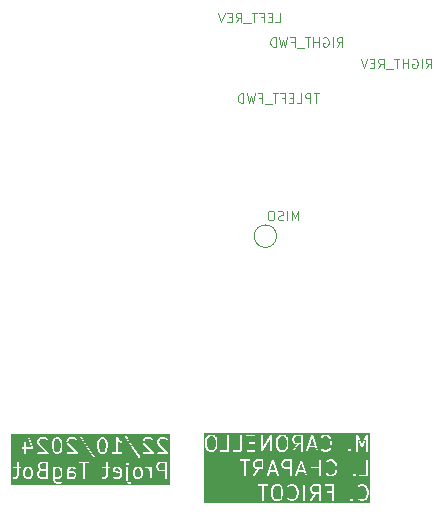
<source format=gbr>
%TF.GenerationSoftware,KiCad,Pcbnew,8.0.5*%
%TF.CreationDate,2024-10-22T23:27:25+02:00*%
%TF.ProjectId,TagBot,54616742-6f74-42e6-9b69-6361645f7063,rev?*%
%TF.SameCoordinates,Original*%
%TF.FileFunction,Legend,Bot*%
%TF.FilePolarity,Positive*%
%FSLAX46Y46*%
G04 Gerber Fmt 4.6, Leading zero omitted, Abs format (unit mm)*
G04 Created by KiCad (PCBNEW 8.0.5) date 2024-10-22 23:27:25*
%MOMM*%
%LPD*%
G01*
G04 APERTURE LIST*
%ADD10C,0.150000*%
%ADD11C,0.100000*%
%ADD12C,0.120000*%
G04 APERTURE END LIST*
D10*
G36*
X48846175Y-88614981D02*
G01*
X48890867Y-88659673D01*
X48939411Y-88756760D01*
X48939411Y-89092781D01*
X48890867Y-89189868D01*
X48846175Y-89234560D01*
X48749087Y-89283104D01*
X48536877Y-89283104D01*
X48470364Y-89249847D01*
X48470364Y-88599694D01*
X48536877Y-88566438D01*
X48749087Y-88566438D01*
X48846175Y-88614981D01*
G37*
G36*
X46369985Y-88614981D02*
G01*
X46414677Y-88659673D01*
X46463221Y-88756760D01*
X46463221Y-89092781D01*
X46414677Y-89189868D01*
X46369985Y-89234560D01*
X46272897Y-89283104D01*
X46122592Y-89283104D01*
X46025506Y-89234561D01*
X45980813Y-89189868D01*
X45932269Y-89092780D01*
X45932269Y-88756762D01*
X45980813Y-88659674D01*
X46025506Y-88614981D01*
X46122592Y-88566438D01*
X46272897Y-88566438D01*
X46369985Y-88614981D01*
G37*
G36*
X47701317Y-89283104D02*
G01*
X47298783Y-89283104D01*
X47201695Y-89234560D01*
X47157003Y-89189868D01*
X47108460Y-89092780D01*
X47108460Y-88942475D01*
X47157003Y-88845388D01*
X47197782Y-88804609D01*
X47355153Y-88752152D01*
X47701317Y-88752152D01*
X47701317Y-89283104D01*
G37*
G36*
X47701317Y-88602152D02*
G01*
X47360688Y-88602152D01*
X47263601Y-88553608D01*
X47218907Y-88508914D01*
X47170364Y-88411827D01*
X47170364Y-88323428D01*
X47218907Y-88226341D01*
X47263601Y-88181647D01*
X47360688Y-88133104D01*
X47701317Y-88133104D01*
X47701317Y-88602152D01*
G37*
G36*
X49661822Y-88929948D02*
G01*
X49675554Y-88935203D01*
X49678241Y-88935393D01*
X49680731Y-88936425D01*
X49695363Y-88937866D01*
X49987182Y-88937866D01*
X50072795Y-88980672D01*
X50115601Y-89066284D01*
X50115601Y-89154686D01*
X50072795Y-89240298D01*
X49987182Y-89283104D01*
X49713067Y-89283104D01*
X49646554Y-89249847D01*
X49646554Y-88922313D01*
X49661822Y-88929948D01*
G37*
G36*
X53910890Y-88609243D02*
G01*
X53953696Y-88694855D01*
X53953696Y-88833285D01*
X53484649Y-88739475D01*
X53484649Y-88694857D01*
X53527455Y-88609243D01*
X53613067Y-88566438D01*
X53825277Y-88566438D01*
X53910890Y-88609243D01*
G37*
G36*
X55655698Y-88614981D02*
G01*
X55700390Y-88659673D01*
X55748934Y-88756760D01*
X55748934Y-89092781D01*
X55700390Y-89189868D01*
X55655698Y-89234560D01*
X55558610Y-89283104D01*
X55408305Y-89283104D01*
X55311219Y-89234561D01*
X55266526Y-89189868D01*
X55217982Y-89092780D01*
X55217982Y-88756762D01*
X55266526Y-88659674D01*
X55311219Y-88614981D01*
X55408305Y-88566438D01*
X55558610Y-88566438D01*
X55655698Y-88614981D01*
G37*
G36*
X57791792Y-88664057D02*
G01*
X57389259Y-88664057D01*
X57292171Y-88615513D01*
X57247478Y-88570820D01*
X57198935Y-88473733D01*
X57198935Y-88323427D01*
X57247478Y-88226340D01*
X57292171Y-88181648D01*
X57389259Y-88133104D01*
X57791792Y-88133104D01*
X57791792Y-88664057D01*
G37*
G36*
X48784269Y-86088720D02*
G01*
X48828963Y-86133414D01*
X48881742Y-86238972D01*
X48939411Y-86469648D01*
X48939411Y-86760705D01*
X48881742Y-86991382D01*
X48828963Y-87096941D01*
X48784270Y-87141633D01*
X48687183Y-87190177D01*
X48598782Y-87190177D01*
X48501696Y-87141634D01*
X48457003Y-87096941D01*
X48404223Y-86991381D01*
X48346554Y-86760704D01*
X48346554Y-86469649D01*
X48404223Y-86238972D01*
X48457002Y-86133414D01*
X48501696Y-86088720D01*
X48598783Y-86040177D01*
X48687183Y-86040177D01*
X48784269Y-86088720D01*
G37*
G36*
X52622364Y-86088720D02*
G01*
X52667058Y-86133414D01*
X52719837Y-86238972D01*
X52777506Y-86469648D01*
X52777506Y-86760705D01*
X52719837Y-86991382D01*
X52667058Y-87096941D01*
X52622365Y-87141633D01*
X52525278Y-87190177D01*
X52436877Y-87190177D01*
X52339791Y-87141634D01*
X52295098Y-87096941D01*
X52242318Y-86991381D01*
X52184649Y-86760704D01*
X52184649Y-86469649D01*
X52242318Y-86238972D01*
X52295097Y-86133414D01*
X52339791Y-86088720D01*
X52436878Y-86040177D01*
X52525278Y-86040177D01*
X52622364Y-86088720D01*
G37*
G36*
X58208604Y-90010882D02*
G01*
X44772600Y-90010882D01*
X44772600Y-88476806D01*
X44917044Y-88476806D01*
X44917044Y-88506070D01*
X44928243Y-88533106D01*
X44948935Y-88553798D01*
X44975971Y-88564997D01*
X44990603Y-88566438D01*
X45225127Y-88566438D01*
X45225127Y-89154685D01*
X45182320Y-89240298D01*
X45096707Y-89283104D01*
X44990603Y-89283104D01*
X44975971Y-89284545D01*
X44948935Y-89295744D01*
X44928243Y-89316436D01*
X44917044Y-89343472D01*
X44917044Y-89372736D01*
X44928243Y-89399772D01*
X44948935Y-89420464D01*
X44975971Y-89431663D01*
X44990603Y-89433104D01*
X45114412Y-89433104D01*
X45129044Y-89431663D01*
X45131533Y-89430631D01*
X45134221Y-89430441D01*
X45147953Y-89425186D01*
X45271762Y-89363282D01*
X45274208Y-89361742D01*
X45275364Y-89361357D01*
X45276802Y-89360109D01*
X45284205Y-89355450D01*
X45290365Y-89348346D01*
X45297472Y-89342184D01*
X45302131Y-89334781D01*
X45303379Y-89333343D01*
X45303764Y-89332187D01*
X45305304Y-89329741D01*
X45367209Y-89205931D01*
X45372464Y-89192199D01*
X45372654Y-89189511D01*
X45373686Y-89187022D01*
X45375127Y-89172390D01*
X45375127Y-88739057D01*
X45782269Y-88739057D01*
X45782269Y-89110485D01*
X45783710Y-89125117D01*
X45784741Y-89127606D01*
X45784932Y-89130294D01*
X45790187Y-89144026D01*
X45852092Y-89267836D01*
X45856055Y-89274132D01*
X45856814Y-89275963D01*
X45858505Y-89278024D01*
X45859925Y-89280279D01*
X45861420Y-89281575D01*
X45866141Y-89287328D01*
X45928046Y-89349233D01*
X45933796Y-89353953D01*
X45935095Y-89355450D01*
X45937349Y-89356869D01*
X45939411Y-89358561D01*
X45941243Y-89359319D01*
X45947538Y-89363282D01*
X46071347Y-89425186D01*
X46085079Y-89430441D01*
X46087766Y-89430631D01*
X46090256Y-89431663D01*
X46104888Y-89433104D01*
X46290602Y-89433104D01*
X46305234Y-89431663D01*
X46307723Y-89430631D01*
X46310411Y-89430441D01*
X46324143Y-89425186D01*
X46447952Y-89363282D01*
X46454249Y-89359318D01*
X46456080Y-89358560D01*
X46458140Y-89356869D01*
X46460395Y-89355450D01*
X46461692Y-89353953D01*
X46467445Y-89349233D01*
X46529350Y-89287328D01*
X46534072Y-89281574D01*
X46535567Y-89280278D01*
X46536984Y-89278026D01*
X46538678Y-89275963D01*
X46539437Y-89274129D01*
X46543399Y-89267836D01*
X46605303Y-89144026D01*
X46610558Y-89130294D01*
X46610748Y-89127606D01*
X46611780Y-89125117D01*
X46613221Y-89110485D01*
X46613221Y-88924771D01*
X46958460Y-88924771D01*
X46958460Y-89110485D01*
X46959901Y-89125117D01*
X46960932Y-89127606D01*
X46961123Y-89130294D01*
X46966378Y-89144026D01*
X47028282Y-89267835D01*
X47032245Y-89274132D01*
X47033004Y-89275963D01*
X47034694Y-89278023D01*
X47036114Y-89280278D01*
X47037610Y-89281575D01*
X47042331Y-89287328D01*
X47104236Y-89349233D01*
X47109989Y-89353955D01*
X47111286Y-89355450D01*
X47113537Y-89356867D01*
X47115601Y-89358561D01*
X47117434Y-89359320D01*
X47123728Y-89363282D01*
X47247538Y-89425186D01*
X47261270Y-89430441D01*
X47263957Y-89430631D01*
X47266447Y-89431663D01*
X47281079Y-89433104D01*
X47776317Y-89433104D01*
X47790949Y-89431663D01*
X47817985Y-89420464D01*
X47838677Y-89399772D01*
X47849876Y-89372736D01*
X47851317Y-89358104D01*
X47851317Y-88491438D01*
X48320364Y-88491438D01*
X48320364Y-89543819D01*
X48321805Y-89558451D01*
X48322835Y-89560939D01*
X48323027Y-89563629D01*
X48328282Y-89577360D01*
X48390187Y-89701169D01*
X48394149Y-89707463D01*
X48394908Y-89709295D01*
X48396601Y-89711357D01*
X48398020Y-89713612D01*
X48399515Y-89714908D01*
X48404236Y-89720661D01*
X48466139Y-89782565D01*
X48471888Y-89787283D01*
X48473189Y-89788783D01*
X48475448Y-89790205D01*
X48477505Y-89791893D01*
X48479332Y-89792650D01*
X48485632Y-89796615D01*
X48609442Y-89858520D01*
X48623174Y-89863775D01*
X48625861Y-89863965D01*
X48628351Y-89864997D01*
X48642983Y-89866438D01*
X48828697Y-89866438D01*
X48843329Y-89864997D01*
X48845818Y-89863965D01*
X48848506Y-89863775D01*
X48862238Y-89858520D01*
X48986048Y-89796615D01*
X48998491Y-89788782D01*
X49017664Y-89766675D01*
X49026918Y-89738914D01*
X49024844Y-89709724D01*
X49011757Y-89683549D01*
X48989649Y-89664376D01*
X48961888Y-89655122D01*
X48932698Y-89657196D01*
X48918966Y-89662451D01*
X48810992Y-89716438D01*
X48660688Y-89716438D01*
X48563600Y-89667894D01*
X48518908Y-89623201D01*
X48470364Y-89526113D01*
X48470364Y-89417552D01*
X48485632Y-89425186D01*
X48499364Y-89430441D01*
X48502051Y-89430631D01*
X48504541Y-89431663D01*
X48519173Y-89433104D01*
X48766792Y-89433104D01*
X48781424Y-89431663D01*
X48783913Y-89430631D01*
X48786601Y-89430441D01*
X48800333Y-89425186D01*
X48924142Y-89363282D01*
X48930439Y-89359318D01*
X48932270Y-89358560D01*
X48934330Y-89356869D01*
X48936585Y-89355450D01*
X48937882Y-89353953D01*
X48943635Y-89349233D01*
X49005540Y-89287328D01*
X49010262Y-89281574D01*
X49011757Y-89280278D01*
X49013174Y-89278026D01*
X49014868Y-89275963D01*
X49015627Y-89274129D01*
X49019589Y-89267836D01*
X49081493Y-89144026D01*
X49086748Y-89130294D01*
X49086938Y-89127606D01*
X49087970Y-89125117D01*
X49089411Y-89110485D01*
X49089411Y-88739057D01*
X49087970Y-88724425D01*
X49086938Y-88721935D01*
X49086748Y-88719248D01*
X49081493Y-88705516D01*
X49067311Y-88677152D01*
X49496554Y-88677152D01*
X49496554Y-89358104D01*
X49497995Y-89372736D01*
X49509194Y-89399772D01*
X49529886Y-89420464D01*
X49556922Y-89431663D01*
X49586186Y-89431663D01*
X49613222Y-89420464D01*
X49626273Y-89407412D01*
X49661822Y-89425186D01*
X49675554Y-89430441D01*
X49678241Y-89430631D01*
X49680731Y-89431663D01*
X49695363Y-89433104D01*
X50004887Y-89433104D01*
X50019519Y-89431663D01*
X50022008Y-89430631D01*
X50024696Y-89430441D01*
X50038428Y-89425186D01*
X50162237Y-89363282D01*
X50164683Y-89361742D01*
X50165839Y-89361357D01*
X50167277Y-89360109D01*
X50174680Y-89355450D01*
X50180843Y-89348344D01*
X50187947Y-89342183D01*
X50192605Y-89334782D01*
X50193854Y-89333343D01*
X50194239Y-89332186D01*
X50195779Y-89329741D01*
X50257683Y-89205931D01*
X50262938Y-89192199D01*
X50263128Y-89189511D01*
X50264160Y-89187022D01*
X50265601Y-89172390D01*
X50265601Y-89048580D01*
X50264160Y-89033948D01*
X50263128Y-89031458D01*
X50262938Y-89028771D01*
X50257683Y-89015039D01*
X50195779Y-88891230D01*
X50194238Y-88888782D01*
X50193854Y-88887629D01*
X50192608Y-88886192D01*
X50187947Y-88878787D01*
X50180840Y-88872623D01*
X50174681Y-88865522D01*
X50167277Y-88860861D01*
X50165839Y-88859614D01*
X50164684Y-88859229D01*
X50162238Y-88857689D01*
X50038428Y-88795784D01*
X50024696Y-88790529D01*
X50022008Y-88790338D01*
X50019519Y-88789307D01*
X50004887Y-88787866D01*
X49713068Y-88787866D01*
X49646554Y-88754608D01*
X49646554Y-88694857D01*
X49689360Y-88609243D01*
X49774972Y-88566438D01*
X49987182Y-88566438D01*
X50095156Y-88620424D01*
X50108888Y-88625679D01*
X50138078Y-88627753D01*
X50165839Y-88618499D01*
X50187947Y-88599325D01*
X50201034Y-88573151D01*
X50203108Y-88543961D01*
X50193854Y-88516199D01*
X50174680Y-88494092D01*
X50162237Y-88486260D01*
X50038428Y-88424356D01*
X50024696Y-88419101D01*
X50022008Y-88418910D01*
X50019519Y-88417879D01*
X50004887Y-88416438D01*
X49757268Y-88416438D01*
X49742636Y-88417879D01*
X49740146Y-88418910D01*
X49737459Y-88419101D01*
X49723727Y-88424356D01*
X49599918Y-88486260D01*
X49597470Y-88487800D01*
X49596317Y-88488185D01*
X49594880Y-88489430D01*
X49587475Y-88494092D01*
X49581311Y-88501198D01*
X49574210Y-88507358D01*
X49569549Y-88514761D01*
X49568302Y-88516200D01*
X49567917Y-88517354D01*
X49566377Y-88519801D01*
X49504472Y-88643611D01*
X49499217Y-88657343D01*
X49499026Y-88660030D01*
X49497995Y-88662520D01*
X49496554Y-88677152D01*
X49067311Y-88677152D01*
X49019589Y-88581706D01*
X49015627Y-88575412D01*
X49014868Y-88573579D01*
X49013174Y-88571515D01*
X49011757Y-88569264D01*
X49010262Y-88567967D01*
X49005540Y-88562214D01*
X48943635Y-88500309D01*
X48937882Y-88495588D01*
X48936585Y-88494092D01*
X48934330Y-88492672D01*
X48932270Y-88490982D01*
X48930439Y-88490223D01*
X48924142Y-88486260D01*
X48800333Y-88424356D01*
X48786601Y-88419101D01*
X48783913Y-88418910D01*
X48781424Y-88417879D01*
X48766792Y-88416438D01*
X48519173Y-88416438D01*
X48504541Y-88417879D01*
X48502051Y-88418910D01*
X48499364Y-88419101D01*
X48485632Y-88424356D01*
X48450083Y-88442129D01*
X48437032Y-88429078D01*
X48409996Y-88417879D01*
X48380732Y-88417879D01*
X48353696Y-88429078D01*
X48333004Y-88449770D01*
X48321805Y-88476806D01*
X48320364Y-88491438D01*
X47851317Y-88491438D01*
X47851317Y-88058104D01*
X47849876Y-88043472D01*
X50488471Y-88043472D01*
X50488471Y-88072736D01*
X50499670Y-88099772D01*
X50520362Y-88120464D01*
X50547398Y-88131663D01*
X50562030Y-88133104D01*
X50858458Y-88133104D01*
X50858458Y-89358104D01*
X50859899Y-89372736D01*
X50871098Y-89399772D01*
X50891790Y-89420464D01*
X50918826Y-89431663D01*
X50948090Y-89431663D01*
X50975126Y-89420464D01*
X50995818Y-89399772D01*
X51007017Y-89372736D01*
X51008458Y-89358104D01*
X51008458Y-88476806D01*
X52469423Y-88476806D01*
X52469423Y-88506070D01*
X52480622Y-88533106D01*
X52501314Y-88553798D01*
X52528350Y-88564997D01*
X52542982Y-88566438D01*
X52777506Y-88566438D01*
X52777506Y-89154685D01*
X52734699Y-89240298D01*
X52649086Y-89283104D01*
X52542982Y-89283104D01*
X52528350Y-89284545D01*
X52501314Y-89295744D01*
X52480622Y-89316436D01*
X52469423Y-89343472D01*
X52469423Y-89372736D01*
X52480622Y-89399772D01*
X52501314Y-89420464D01*
X52528350Y-89431663D01*
X52542982Y-89433104D01*
X52666791Y-89433104D01*
X52681423Y-89431663D01*
X52683912Y-89430631D01*
X52686600Y-89430441D01*
X52700332Y-89425186D01*
X52824141Y-89363282D01*
X52826587Y-89361742D01*
X52827743Y-89361357D01*
X52829181Y-89360109D01*
X52836584Y-89355450D01*
X52842744Y-89348346D01*
X52849851Y-89342184D01*
X52854510Y-89334781D01*
X52855758Y-89333343D01*
X52856143Y-89332187D01*
X52857683Y-89329741D01*
X52919588Y-89205931D01*
X52924843Y-89192199D01*
X52925033Y-89189511D01*
X52926065Y-89187022D01*
X52927506Y-89172390D01*
X52927506Y-88677152D01*
X53334649Y-88677152D01*
X53334649Y-88800961D01*
X53336090Y-88815593D01*
X53338901Y-88822381D01*
X53340328Y-88829590D01*
X53344447Y-88835769D01*
X53347289Y-88842629D01*
X53352484Y-88847824D01*
X53356560Y-88853938D01*
X53362730Y-88858070D01*
X53367981Y-88863321D01*
X53374769Y-88866132D01*
X53380875Y-88870222D01*
X53394940Y-88874505D01*
X53953696Y-88986256D01*
X53953696Y-89154686D01*
X53910890Y-89240298D01*
X53825277Y-89283104D01*
X53613067Y-89283104D01*
X53505095Y-89229118D01*
X53491363Y-89223863D01*
X53462173Y-89221789D01*
X53434412Y-89231043D01*
X53412304Y-89250216D01*
X53399217Y-89276391D01*
X53397143Y-89305581D01*
X53406397Y-89333342D01*
X53425570Y-89355450D01*
X53438013Y-89363282D01*
X53561822Y-89425186D01*
X53575554Y-89430441D01*
X53578241Y-89430631D01*
X53580731Y-89431663D01*
X53595363Y-89433104D01*
X53842982Y-89433104D01*
X53857614Y-89431663D01*
X53860103Y-89430631D01*
X53862791Y-89430441D01*
X53876523Y-89425186D01*
X54000332Y-89363282D01*
X54002778Y-89361742D01*
X54003934Y-89361357D01*
X54005372Y-89360109D01*
X54012775Y-89355450D01*
X54018938Y-89348344D01*
X54026042Y-89342183D01*
X54030700Y-89334782D01*
X54031949Y-89333343D01*
X54032334Y-89332186D01*
X54033874Y-89329741D01*
X54095778Y-89205931D01*
X54101033Y-89192199D01*
X54101223Y-89189511D01*
X54102255Y-89187022D01*
X54103696Y-89172390D01*
X54103696Y-88677152D01*
X54102255Y-88662520D01*
X54101223Y-88660030D01*
X54101033Y-88657343D01*
X54095778Y-88643611D01*
X54033874Y-88519801D01*
X54032334Y-88517355D01*
X54031949Y-88516199D01*
X54030700Y-88514759D01*
X54026042Y-88507359D01*
X54018938Y-88501197D01*
X54012775Y-88494092D01*
X54008559Y-88491438D01*
X54510840Y-88491438D01*
X54510840Y-89605723D01*
X54512281Y-89620355D01*
X54513312Y-89622844D01*
X54513503Y-89625532D01*
X54518758Y-89639264D01*
X54580662Y-89763073D01*
X54582201Y-89765519D01*
X54582587Y-89766675D01*
X54583834Y-89768113D01*
X54588494Y-89775516D01*
X54595597Y-89781676D01*
X54601760Y-89788783D01*
X54609162Y-89793442D01*
X54610601Y-89794690D01*
X54611756Y-89795075D01*
X54614203Y-89796615D01*
X54738013Y-89858520D01*
X54751745Y-89863775D01*
X54754432Y-89863965D01*
X54756922Y-89864997D01*
X54771554Y-89866438D01*
X54833459Y-89866438D01*
X54848091Y-89864997D01*
X54875127Y-89853798D01*
X54895819Y-89833106D01*
X54907018Y-89806070D01*
X54907018Y-89776806D01*
X54895819Y-89749770D01*
X54875127Y-89729078D01*
X54848091Y-89717879D01*
X54833459Y-89716438D01*
X54789259Y-89716438D01*
X54703645Y-89673631D01*
X54660840Y-89588018D01*
X54660840Y-88739057D01*
X55067982Y-88739057D01*
X55067982Y-89110485D01*
X55069423Y-89125117D01*
X55070454Y-89127606D01*
X55070645Y-89130294D01*
X55075900Y-89144026D01*
X55137805Y-89267836D01*
X55141768Y-89274132D01*
X55142527Y-89275963D01*
X55144218Y-89278024D01*
X55145638Y-89280279D01*
X55147133Y-89281575D01*
X55151854Y-89287328D01*
X55213759Y-89349233D01*
X55219509Y-89353953D01*
X55220808Y-89355450D01*
X55223062Y-89356869D01*
X55225124Y-89358561D01*
X55226956Y-89359319D01*
X55233251Y-89363282D01*
X55357060Y-89425186D01*
X55370792Y-89430441D01*
X55373479Y-89430631D01*
X55375969Y-89431663D01*
X55390601Y-89433104D01*
X55576315Y-89433104D01*
X55590947Y-89431663D01*
X55593436Y-89430631D01*
X55596124Y-89430441D01*
X55609856Y-89425186D01*
X55733665Y-89363282D01*
X55739962Y-89359318D01*
X55741793Y-89358560D01*
X55743853Y-89356869D01*
X55746108Y-89355450D01*
X55747405Y-89353953D01*
X55753158Y-89349233D01*
X55815063Y-89287328D01*
X55819785Y-89281574D01*
X55821280Y-89280278D01*
X55822697Y-89278026D01*
X55824391Y-89275963D01*
X55825150Y-89274129D01*
X55829112Y-89267836D01*
X55891016Y-89144026D01*
X55896271Y-89130294D01*
X55896461Y-89127606D01*
X55897493Y-89125117D01*
X55898934Y-89110485D01*
X55898934Y-88739057D01*
X55897493Y-88724425D01*
X55896461Y-88721935D01*
X55896271Y-88719248D01*
X55891016Y-88705516D01*
X55829112Y-88581706D01*
X55825150Y-88575412D01*
X55824391Y-88573579D01*
X55822697Y-88571515D01*
X55821280Y-88569264D01*
X55819785Y-88567967D01*
X55815063Y-88562214D01*
X55753158Y-88500309D01*
X55747405Y-88495588D01*
X55746108Y-88494092D01*
X55743853Y-88492672D01*
X55741793Y-88490982D01*
X55739962Y-88490223D01*
X55733665Y-88486260D01*
X55714757Y-88476806D01*
X56121804Y-88476806D01*
X56121804Y-88506070D01*
X56133003Y-88533106D01*
X56153695Y-88553798D01*
X56180731Y-88564997D01*
X56195363Y-88566438D01*
X56301468Y-88566438D01*
X56398555Y-88614981D01*
X56443248Y-88659674D01*
X56491792Y-88756762D01*
X56491792Y-89358104D01*
X56493233Y-89372736D01*
X56504432Y-89399772D01*
X56525124Y-89420464D01*
X56552160Y-89431663D01*
X56581424Y-89431663D01*
X56608460Y-89420464D01*
X56629152Y-89399772D01*
X56640351Y-89372736D01*
X56641792Y-89358104D01*
X56641792Y-88491438D01*
X56640351Y-88476806D01*
X56629152Y-88449770D01*
X56608460Y-88429078D01*
X56581424Y-88417879D01*
X56552160Y-88417879D01*
X56525124Y-88429078D01*
X56504432Y-88449770D01*
X56493233Y-88476806D01*
X56491792Y-88491438D01*
X56491792Y-88496843D01*
X56490262Y-88495588D01*
X56488965Y-88494092D01*
X56486710Y-88492672D01*
X56484650Y-88490982D01*
X56482819Y-88490223D01*
X56476522Y-88486260D01*
X56352714Y-88424356D01*
X56338982Y-88419101D01*
X56336294Y-88418910D01*
X56333805Y-88417879D01*
X56319173Y-88416438D01*
X56195363Y-88416438D01*
X56180731Y-88417879D01*
X56153695Y-88429078D01*
X56133003Y-88449770D01*
X56121804Y-88476806D01*
X55714757Y-88476806D01*
X55609856Y-88424356D01*
X55596124Y-88419101D01*
X55593436Y-88418910D01*
X55590947Y-88417879D01*
X55576315Y-88416438D01*
X55390601Y-88416438D01*
X55375969Y-88417879D01*
X55373479Y-88418910D01*
X55370792Y-88419101D01*
X55357060Y-88424356D01*
X55233251Y-88486260D01*
X55226956Y-88490222D01*
X55225124Y-88490981D01*
X55223062Y-88492672D01*
X55220808Y-88494092D01*
X55219509Y-88495588D01*
X55213759Y-88500309D01*
X55151854Y-88562214D01*
X55147133Y-88567966D01*
X55145638Y-88569263D01*
X55144218Y-88571517D01*
X55142527Y-88573579D01*
X55141768Y-88575409D01*
X55137805Y-88581706D01*
X55075900Y-88705516D01*
X55070645Y-88719248D01*
X55070454Y-88721935D01*
X55069423Y-88724425D01*
X55067982Y-88739057D01*
X54660840Y-88739057D01*
X54660840Y-88491438D01*
X54659399Y-88476806D01*
X54648200Y-88449770D01*
X54627508Y-88429078D01*
X54600472Y-88417879D01*
X54571208Y-88417879D01*
X54544172Y-88429078D01*
X54523480Y-88449770D01*
X54512281Y-88476806D01*
X54510840Y-88491438D01*
X54008559Y-88491438D01*
X54005372Y-88489432D01*
X54003934Y-88488185D01*
X54002778Y-88487799D01*
X54000332Y-88486260D01*
X53876523Y-88424356D01*
X53862791Y-88419101D01*
X53860103Y-88418910D01*
X53857614Y-88417879D01*
X53842982Y-88416438D01*
X53595363Y-88416438D01*
X53580731Y-88417879D01*
X53578241Y-88418910D01*
X53575554Y-88419101D01*
X53561822Y-88424356D01*
X53438013Y-88486260D01*
X53435565Y-88487800D01*
X53434412Y-88488185D01*
X53432975Y-88489430D01*
X53425570Y-88494092D01*
X53419406Y-88501198D01*
X53412305Y-88507358D01*
X53407644Y-88514761D01*
X53406397Y-88516200D01*
X53406012Y-88517354D01*
X53404472Y-88519801D01*
X53342567Y-88643611D01*
X53337312Y-88657343D01*
X53337121Y-88660030D01*
X53336090Y-88662520D01*
X53334649Y-88677152D01*
X52927506Y-88677152D01*
X52927506Y-88566438D01*
X53038220Y-88566438D01*
X53052852Y-88564997D01*
X53079888Y-88553798D01*
X53100580Y-88533106D01*
X53111779Y-88506070D01*
X53111779Y-88476806D01*
X53100580Y-88449770D01*
X53079888Y-88429078D01*
X53052852Y-88417879D01*
X53038220Y-88416438D01*
X52927506Y-88416438D01*
X52927506Y-88305723D01*
X57048935Y-88305723D01*
X57048935Y-88491438D01*
X57050376Y-88506070D01*
X57051407Y-88508559D01*
X57051598Y-88511247D01*
X57056853Y-88524979D01*
X57118757Y-88648787D01*
X57122720Y-88655084D01*
X57123479Y-88656915D01*
X57125169Y-88658975D01*
X57126589Y-88661230D01*
X57128085Y-88662527D01*
X57132806Y-88668280D01*
X57194711Y-88730185D01*
X57200461Y-88734905D01*
X57201760Y-88736402D01*
X57204014Y-88737821D01*
X57206076Y-88739513D01*
X57207908Y-88740271D01*
X57214203Y-88744234D01*
X57338013Y-88806139D01*
X57351745Y-88811394D01*
X57354432Y-88811584D01*
X57356922Y-88812616D01*
X57371554Y-88814057D01*
X57791792Y-88814057D01*
X57791792Y-89358104D01*
X57793233Y-89372736D01*
X57804432Y-89399772D01*
X57825124Y-89420464D01*
X57852160Y-89431663D01*
X57881424Y-89431663D01*
X57908460Y-89420464D01*
X57929152Y-89399772D01*
X57940351Y-89372736D01*
X57941792Y-89358104D01*
X57941792Y-88058104D01*
X57940351Y-88043472D01*
X57929152Y-88016436D01*
X57908460Y-87995744D01*
X57881424Y-87984545D01*
X57866792Y-87983104D01*
X57371554Y-87983104D01*
X57356922Y-87984545D01*
X57354432Y-87985576D01*
X57351745Y-87985767D01*
X57338013Y-87991022D01*
X57214203Y-88052927D01*
X57207908Y-88056889D01*
X57206076Y-88057648D01*
X57204014Y-88059339D01*
X57201760Y-88060759D01*
X57200461Y-88062255D01*
X57194711Y-88066976D01*
X57132806Y-88128881D01*
X57128085Y-88134633D01*
X57126589Y-88135931D01*
X57125169Y-88138185D01*
X57123479Y-88140246D01*
X57122720Y-88142076D01*
X57118757Y-88148374D01*
X57056853Y-88272182D01*
X57051598Y-88285914D01*
X57051407Y-88288601D01*
X57050376Y-88291091D01*
X57048935Y-88305723D01*
X52927506Y-88305723D01*
X52927506Y-88105378D01*
X54450376Y-88105378D01*
X54450376Y-88134640D01*
X54461575Y-88161677D01*
X54470902Y-88173042D01*
X54532807Y-88234947D01*
X54544172Y-88244275D01*
X54563289Y-88252193D01*
X54571208Y-88255473D01*
X54571209Y-88255473D01*
X54600472Y-88255473D01*
X54627508Y-88244275D01*
X54627513Y-88244269D01*
X54638873Y-88234947D01*
X54700777Y-88173042D01*
X54710105Y-88161676D01*
X54719158Y-88139819D01*
X54721303Y-88134641D01*
X54721303Y-88105378D01*
X54710105Y-88078342D01*
X54700777Y-88066976D01*
X54638873Y-88005071D01*
X54627513Y-87995748D01*
X54627508Y-87995743D01*
X54600472Y-87984545D01*
X54571208Y-87984545D01*
X54563289Y-87987824D01*
X54544172Y-87995743D01*
X54532807Y-88005071D01*
X54470902Y-88066976D01*
X54461575Y-88078341D01*
X54450376Y-88105378D01*
X52927506Y-88105378D01*
X52927506Y-88058104D01*
X52926065Y-88043472D01*
X52914866Y-88016436D01*
X52894174Y-87995744D01*
X52867138Y-87984545D01*
X52837874Y-87984545D01*
X52810838Y-87995744D01*
X52790146Y-88016436D01*
X52778947Y-88043472D01*
X52777506Y-88058104D01*
X52777506Y-88416438D01*
X52542982Y-88416438D01*
X52528350Y-88417879D01*
X52501314Y-88429078D01*
X52480622Y-88449770D01*
X52469423Y-88476806D01*
X51008458Y-88476806D01*
X51008458Y-88133104D01*
X51304887Y-88133104D01*
X51319519Y-88131663D01*
X51346555Y-88120464D01*
X51367247Y-88099772D01*
X51378446Y-88072736D01*
X51378446Y-88043472D01*
X51367247Y-88016436D01*
X51346555Y-87995744D01*
X51319519Y-87984545D01*
X51304887Y-87983104D01*
X50562030Y-87983104D01*
X50547398Y-87984545D01*
X50520362Y-87995744D01*
X50499670Y-88016436D01*
X50488471Y-88043472D01*
X47849876Y-88043472D01*
X47838677Y-88016436D01*
X47817985Y-87995744D01*
X47790949Y-87984545D01*
X47776317Y-87983104D01*
X47342983Y-87983104D01*
X47328351Y-87984545D01*
X47325861Y-87985576D01*
X47323174Y-87985767D01*
X47309442Y-87991022D01*
X47185633Y-88052927D01*
X47179340Y-88056888D01*
X47177506Y-88057648D01*
X47175440Y-88059343D01*
X47173190Y-88060760D01*
X47171894Y-88062253D01*
X47166141Y-88066976D01*
X47104236Y-88128881D01*
X47099515Y-88134633D01*
X47098020Y-88135930D01*
X47096600Y-88138184D01*
X47094909Y-88140246D01*
X47094150Y-88142076D01*
X47090187Y-88148373D01*
X47028282Y-88272182D01*
X47023027Y-88285913D01*
X47022835Y-88288602D01*
X47021805Y-88291091D01*
X47020364Y-88305723D01*
X47020364Y-88429533D01*
X47021805Y-88444165D01*
X47022835Y-88446653D01*
X47023027Y-88449343D01*
X47028282Y-88463074D01*
X47090187Y-88586883D01*
X47094150Y-88593179D01*
X47094909Y-88595010D01*
X47096600Y-88597071D01*
X47098020Y-88599326D01*
X47099515Y-88600622D01*
X47104236Y-88606375D01*
X47157713Y-88659852D01*
X47133552Y-88667906D01*
X47120126Y-88673900D01*
X47118090Y-88675665D01*
X47115602Y-88676696D01*
X47104236Y-88686024D01*
X47042331Y-88747928D01*
X47037610Y-88753680D01*
X47036114Y-88754978D01*
X47034694Y-88757232D01*
X47033004Y-88759293D01*
X47032245Y-88761123D01*
X47028282Y-88767421D01*
X46966378Y-88891230D01*
X46961123Y-88904962D01*
X46960932Y-88907649D01*
X46959901Y-88910139D01*
X46958460Y-88924771D01*
X46613221Y-88924771D01*
X46613221Y-88739057D01*
X46611780Y-88724425D01*
X46610748Y-88721935D01*
X46610558Y-88719248D01*
X46605303Y-88705516D01*
X46543399Y-88581706D01*
X46539437Y-88575412D01*
X46538678Y-88573579D01*
X46536984Y-88571515D01*
X46535567Y-88569264D01*
X46534072Y-88567967D01*
X46529350Y-88562214D01*
X46467445Y-88500309D01*
X46461692Y-88495588D01*
X46460395Y-88494092D01*
X46458140Y-88492672D01*
X46456080Y-88490982D01*
X46454249Y-88490223D01*
X46447952Y-88486260D01*
X46324143Y-88424356D01*
X46310411Y-88419101D01*
X46307723Y-88418910D01*
X46305234Y-88417879D01*
X46290602Y-88416438D01*
X46104888Y-88416438D01*
X46090256Y-88417879D01*
X46087766Y-88418910D01*
X46085079Y-88419101D01*
X46071347Y-88424356D01*
X45947538Y-88486260D01*
X45941243Y-88490222D01*
X45939411Y-88490981D01*
X45937349Y-88492672D01*
X45935095Y-88494092D01*
X45933796Y-88495588D01*
X45928046Y-88500309D01*
X45866141Y-88562214D01*
X45861420Y-88567966D01*
X45859925Y-88569263D01*
X45858505Y-88571517D01*
X45856814Y-88573579D01*
X45856055Y-88575409D01*
X45852092Y-88581706D01*
X45790187Y-88705516D01*
X45784932Y-88719248D01*
X45784741Y-88721935D01*
X45783710Y-88724425D01*
X45782269Y-88739057D01*
X45375127Y-88739057D01*
X45375127Y-88566438D01*
X45485841Y-88566438D01*
X45500473Y-88564997D01*
X45527509Y-88553798D01*
X45548201Y-88533106D01*
X45559400Y-88506070D01*
X45559400Y-88476806D01*
X45548201Y-88449770D01*
X45527509Y-88429078D01*
X45500473Y-88417879D01*
X45485841Y-88416438D01*
X45375127Y-88416438D01*
X45375127Y-88058104D01*
X45373686Y-88043472D01*
X45362487Y-88016436D01*
X45341795Y-87995744D01*
X45314759Y-87984545D01*
X45285495Y-87984545D01*
X45258459Y-87995744D01*
X45237767Y-88016436D01*
X45226568Y-88043472D01*
X45225127Y-88058104D01*
X45225127Y-88416438D01*
X44990603Y-88416438D01*
X44975971Y-88417879D01*
X44948935Y-88429078D01*
X44928243Y-88449770D01*
X44917044Y-88476806D01*
X44772600Y-88476806D01*
X44772600Y-86817212D01*
X45659901Y-86817212D01*
X45659901Y-86846476D01*
X45671100Y-86873512D01*
X45691792Y-86894204D01*
X45718828Y-86905403D01*
X45733460Y-86906844D01*
X45844174Y-86906844D01*
X45844174Y-87265177D01*
X45845615Y-87279809D01*
X45856814Y-87306845D01*
X45877506Y-87327537D01*
X45904542Y-87338736D01*
X45933806Y-87338736D01*
X45960842Y-87327537D01*
X45981534Y-87306845D01*
X45992733Y-87279809D01*
X45994174Y-87265177D01*
X45994174Y-86906844D01*
X46538221Y-86906844D01*
X46545620Y-86906115D01*
X46547601Y-86906256D01*
X46549030Y-86905779D01*
X46552853Y-86905403D01*
X46563947Y-86900807D01*
X46575364Y-86897002D01*
X46577402Y-86895233D01*
X46579889Y-86894204D01*
X46588380Y-86885712D01*
X46597471Y-86877828D01*
X46598677Y-86875416D01*
X46600581Y-86873512D01*
X46605178Y-86862413D01*
X46610558Y-86851654D01*
X46610749Y-86848964D01*
X46611780Y-86846476D01*
X46611780Y-86834455D01*
X46612632Y-86822464D01*
X46611780Y-86818717D01*
X46611780Y-86817212D01*
X46611021Y-86815380D01*
X46609372Y-86808127D01*
X46410929Y-86212796D01*
X46958459Y-86212796D01*
X46958459Y-86336606D01*
X46959188Y-86344011D01*
X46959048Y-86345986D01*
X46959638Y-86348583D01*
X46959900Y-86351238D01*
X46960658Y-86353069D01*
X46962308Y-86360323D01*
X47024213Y-86546037D01*
X47030207Y-86559463D01*
X47031973Y-86561499D01*
X47033004Y-86563988D01*
X47042331Y-86575353D01*
X47657155Y-87190177D01*
X47033459Y-87190177D01*
X47018827Y-87191618D01*
X46991791Y-87202817D01*
X46971099Y-87223509D01*
X46959900Y-87250545D01*
X46959900Y-87279809D01*
X46971099Y-87306845D01*
X46991791Y-87327537D01*
X47018827Y-87338736D01*
X47033459Y-87340177D01*
X47838221Y-87340177D01*
X47852853Y-87338736D01*
X47879889Y-87327537D01*
X47900581Y-87306845D01*
X47911780Y-87279809D01*
X47911780Y-87250545D01*
X47900581Y-87223509D01*
X47891254Y-87212144D01*
X47160915Y-86481805D01*
X47153785Y-86460415D01*
X48196554Y-86460415D01*
X48196554Y-86769939D01*
X48196805Y-86772492D01*
X48196643Y-86773585D01*
X48197452Y-86779058D01*
X48197995Y-86784571D01*
X48198417Y-86785592D01*
X48198793Y-86788129D01*
X48260698Y-87035748D01*
X48261083Y-87036827D01*
X48261122Y-87037367D01*
X48263449Y-87043448D01*
X48265645Y-87049594D01*
X48265967Y-87050029D01*
X48266377Y-87051099D01*
X48328282Y-87174909D01*
X48332245Y-87181205D01*
X48333004Y-87183036D01*
X48334695Y-87185097D01*
X48336115Y-87187352D01*
X48337610Y-87188648D01*
X48342331Y-87194401D01*
X48404236Y-87256306D01*
X48409986Y-87261026D01*
X48411285Y-87262523D01*
X48413539Y-87263942D01*
X48415601Y-87265634D01*
X48417433Y-87266392D01*
X48423728Y-87270355D01*
X48547537Y-87332259D01*
X48561269Y-87337514D01*
X48563956Y-87337704D01*
X48566446Y-87338736D01*
X48581078Y-87340177D01*
X48704888Y-87340177D01*
X48719520Y-87338736D01*
X48722009Y-87337704D01*
X48724697Y-87337514D01*
X48738429Y-87332259D01*
X48862237Y-87270355D01*
X48868534Y-87266391D01*
X48870365Y-87265633D01*
X48872425Y-87263942D01*
X48874680Y-87262523D01*
X48875977Y-87261026D01*
X48881730Y-87256306D01*
X48943635Y-87194401D01*
X48948355Y-87188650D01*
X48949852Y-87187352D01*
X48951271Y-87185097D01*
X48952963Y-87183036D01*
X48953721Y-87181203D01*
X48957684Y-87174909D01*
X49019589Y-87051099D01*
X49019998Y-87050029D01*
X49020321Y-87049594D01*
X49022516Y-87043448D01*
X49024844Y-87037367D01*
X49024882Y-87036827D01*
X49025268Y-87035748D01*
X49087172Y-86788129D01*
X49087547Y-86785591D01*
X49087970Y-86784571D01*
X49088511Y-86779068D01*
X49089323Y-86773584D01*
X49089159Y-86772488D01*
X49089411Y-86769939D01*
X49089411Y-86460415D01*
X49089159Y-86457865D01*
X49089323Y-86456770D01*
X49088511Y-86451285D01*
X49087970Y-86445783D01*
X49087547Y-86444762D01*
X49087172Y-86442225D01*
X49029815Y-86212796D01*
X49434649Y-86212796D01*
X49434649Y-86336606D01*
X49435378Y-86344011D01*
X49435238Y-86345986D01*
X49435828Y-86348583D01*
X49436090Y-86351238D01*
X49436848Y-86353069D01*
X49438498Y-86360323D01*
X49500403Y-86546037D01*
X49506397Y-86559463D01*
X49508163Y-86561499D01*
X49509194Y-86563988D01*
X49518521Y-86575353D01*
X50133345Y-87190177D01*
X49509649Y-87190177D01*
X49495017Y-87191618D01*
X49467981Y-87202817D01*
X49447289Y-87223509D01*
X49436090Y-87250545D01*
X49436090Y-87279809D01*
X49447289Y-87306845D01*
X49467981Y-87327537D01*
X49495017Y-87338736D01*
X49509649Y-87340177D01*
X50314411Y-87340177D01*
X50329043Y-87338736D01*
X50356079Y-87327537D01*
X50376771Y-87306845D01*
X50387970Y-87279809D01*
X50387970Y-87250545D01*
X50376771Y-87223509D01*
X50367444Y-87212144D01*
X49637105Y-86481805D01*
X49584649Y-86324435D01*
X49584649Y-86230501D01*
X49633192Y-86133414D01*
X49677886Y-86088720D01*
X49774973Y-86040177D01*
X50049087Y-86040177D01*
X50146174Y-86088720D01*
X50199472Y-86142019D01*
X50210838Y-86151347D01*
X50237874Y-86162546D01*
X50267137Y-86162546D01*
X50294173Y-86151348D01*
X50314866Y-86130655D01*
X50326065Y-86103619D01*
X50326065Y-86074356D01*
X50314867Y-86047320D01*
X50305539Y-86035954D01*
X50243635Y-85974049D01*
X50237882Y-85969328D01*
X50236586Y-85967833D01*
X50234331Y-85966413D01*
X50232270Y-85964722D01*
X50230439Y-85963963D01*
X50224143Y-85960000D01*
X50110531Y-85903194D01*
X50548935Y-85903194D01*
X50554614Y-85931902D01*
X50561531Y-85944876D01*
X51675817Y-87616304D01*
X51685133Y-87627679D01*
X51709448Y-87643962D01*
X51738142Y-87649701D01*
X51766850Y-87644022D01*
X51791199Y-87627790D01*
X51807482Y-87603475D01*
X51813221Y-87574780D01*
X51807542Y-87546072D01*
X51800625Y-87533099D01*
X51085502Y-86460415D01*
X52034649Y-86460415D01*
X52034649Y-86769939D01*
X52034900Y-86772492D01*
X52034738Y-86773585D01*
X52035547Y-86779058D01*
X52036090Y-86784571D01*
X52036512Y-86785592D01*
X52036888Y-86788129D01*
X52098793Y-87035748D01*
X52099178Y-87036827D01*
X52099217Y-87037367D01*
X52101544Y-87043448D01*
X52103740Y-87049594D01*
X52104062Y-87050029D01*
X52104472Y-87051099D01*
X52166377Y-87174909D01*
X52170340Y-87181205D01*
X52171099Y-87183036D01*
X52172790Y-87185097D01*
X52174210Y-87187352D01*
X52175705Y-87188648D01*
X52180426Y-87194401D01*
X52242331Y-87256306D01*
X52248081Y-87261026D01*
X52249380Y-87262523D01*
X52251634Y-87263942D01*
X52253696Y-87265634D01*
X52255528Y-87266392D01*
X52261823Y-87270355D01*
X52385632Y-87332259D01*
X52399364Y-87337514D01*
X52402051Y-87337704D01*
X52404541Y-87338736D01*
X52419173Y-87340177D01*
X52542983Y-87340177D01*
X52557615Y-87338736D01*
X52560104Y-87337704D01*
X52562792Y-87337514D01*
X52576524Y-87332259D01*
X52700332Y-87270355D01*
X52706629Y-87266391D01*
X52708460Y-87265633D01*
X52710520Y-87263942D01*
X52712775Y-87262523D01*
X52714072Y-87261026D01*
X52719825Y-87256306D01*
X52725586Y-87250545D01*
X53274185Y-87250545D01*
X53274185Y-87279809D01*
X53285384Y-87306845D01*
X53306076Y-87327537D01*
X53333112Y-87338736D01*
X53347744Y-87340177D01*
X54090601Y-87340177D01*
X54105233Y-87338736D01*
X54132269Y-87327537D01*
X54152961Y-87306845D01*
X54164160Y-87279809D01*
X54164160Y-87250545D01*
X54152961Y-87223509D01*
X54132269Y-87202817D01*
X54105233Y-87191618D01*
X54090601Y-87190177D01*
X53794173Y-87190177D01*
X53794173Y-86208148D01*
X53913759Y-86327734D01*
X53919511Y-86332454D01*
X53920808Y-86333950D01*
X53923062Y-86335368D01*
X53925125Y-86337062D01*
X53926956Y-86337820D01*
X53933251Y-86341783D01*
X54057060Y-86403688D01*
X54070792Y-86408943D01*
X54099982Y-86411017D01*
X54127743Y-86401763D01*
X54149850Y-86382590D01*
X54162938Y-86356416D01*
X54165012Y-86327226D01*
X54155758Y-86299464D01*
X54136585Y-86277357D01*
X54124142Y-86269524D01*
X54011218Y-86213062D01*
X53901266Y-86103109D01*
X53781577Y-85923575D01*
X53781543Y-85923533D01*
X53781533Y-85923509D01*
X53781477Y-85923453D01*
X53772262Y-85912199D01*
X53766089Y-85908065D01*
X53761218Y-85903194D01*
X54387030Y-85903194D01*
X54392709Y-85931902D01*
X54399626Y-85944876D01*
X55513912Y-87616304D01*
X55523228Y-87627679D01*
X55547543Y-87643962D01*
X55576237Y-87649701D01*
X55604945Y-87644022D01*
X55629294Y-87627790D01*
X55645577Y-87603475D01*
X55651316Y-87574780D01*
X55645637Y-87546072D01*
X55638720Y-87533099D01*
X54758518Y-86212796D01*
X55872744Y-86212796D01*
X55872744Y-86336606D01*
X55873473Y-86344011D01*
X55873333Y-86345986D01*
X55873923Y-86348583D01*
X55874185Y-86351238D01*
X55874943Y-86353069D01*
X55876593Y-86360323D01*
X55938498Y-86546037D01*
X55944492Y-86559463D01*
X55946258Y-86561499D01*
X55947289Y-86563988D01*
X55956616Y-86575353D01*
X56571440Y-87190177D01*
X55947744Y-87190177D01*
X55933112Y-87191618D01*
X55906076Y-87202817D01*
X55885384Y-87223509D01*
X55874185Y-87250545D01*
X55874185Y-87279809D01*
X55885384Y-87306845D01*
X55906076Y-87327537D01*
X55933112Y-87338736D01*
X55947744Y-87340177D01*
X56752506Y-87340177D01*
X56767138Y-87338736D01*
X56794174Y-87327537D01*
X56814866Y-87306845D01*
X56826065Y-87279809D01*
X56826065Y-87250545D01*
X56814866Y-87223509D01*
X56805539Y-87212144D01*
X56075200Y-86481805D01*
X56022744Y-86324435D01*
X56022744Y-86230501D01*
X56031596Y-86212796D01*
X57110839Y-86212796D01*
X57110839Y-86336606D01*
X57111568Y-86344011D01*
X57111428Y-86345986D01*
X57112018Y-86348583D01*
X57112280Y-86351238D01*
X57113038Y-86353069D01*
X57114688Y-86360323D01*
X57176593Y-86546037D01*
X57182587Y-86559463D01*
X57184353Y-86561499D01*
X57185384Y-86563988D01*
X57194711Y-86575353D01*
X57809535Y-87190177D01*
X57185839Y-87190177D01*
X57171207Y-87191618D01*
X57144171Y-87202817D01*
X57123479Y-87223509D01*
X57112280Y-87250545D01*
X57112280Y-87279809D01*
X57123479Y-87306845D01*
X57144171Y-87327537D01*
X57171207Y-87338736D01*
X57185839Y-87340177D01*
X57990601Y-87340177D01*
X58005233Y-87338736D01*
X58032269Y-87327537D01*
X58052961Y-87306845D01*
X58064160Y-87279809D01*
X58064160Y-87250545D01*
X58052961Y-87223509D01*
X58043634Y-87212144D01*
X57313295Y-86481805D01*
X57260839Y-86324435D01*
X57260839Y-86230501D01*
X57309382Y-86133414D01*
X57354076Y-86088720D01*
X57451163Y-86040177D01*
X57725277Y-86040177D01*
X57822364Y-86088720D01*
X57875662Y-86142019D01*
X57887028Y-86151347D01*
X57914064Y-86162546D01*
X57943327Y-86162546D01*
X57970363Y-86151348D01*
X57991056Y-86130655D01*
X58002255Y-86103619D01*
X58002255Y-86074356D01*
X57991057Y-86047320D01*
X57981729Y-86035954D01*
X57919825Y-85974049D01*
X57914072Y-85969328D01*
X57912776Y-85967833D01*
X57910521Y-85966413D01*
X57908460Y-85964722D01*
X57906629Y-85963963D01*
X57900333Y-85960000D01*
X57776523Y-85898095D01*
X57762791Y-85892840D01*
X57760103Y-85892649D01*
X57757614Y-85891618D01*
X57742982Y-85890177D01*
X57433458Y-85890177D01*
X57418826Y-85891618D01*
X57416336Y-85892649D01*
X57413649Y-85892840D01*
X57399917Y-85898095D01*
X57276108Y-85960000D01*
X57269815Y-85963961D01*
X57267981Y-85964721D01*
X57265915Y-85966416D01*
X57263665Y-85967833D01*
X57262369Y-85969326D01*
X57256616Y-85974049D01*
X57194711Y-86035954D01*
X57189990Y-86041706D01*
X57188495Y-86043003D01*
X57187075Y-86045257D01*
X57185384Y-86047319D01*
X57184625Y-86049149D01*
X57180662Y-86055446D01*
X57118757Y-86179255D01*
X57113502Y-86192986D01*
X57113310Y-86195675D01*
X57112280Y-86198164D01*
X57110839Y-86212796D01*
X56031596Y-86212796D01*
X56071287Y-86133414D01*
X56115981Y-86088720D01*
X56213068Y-86040177D01*
X56487182Y-86040177D01*
X56584269Y-86088720D01*
X56637567Y-86142019D01*
X56648933Y-86151347D01*
X56675969Y-86162546D01*
X56705232Y-86162546D01*
X56732268Y-86151348D01*
X56752961Y-86130655D01*
X56764160Y-86103619D01*
X56764160Y-86074356D01*
X56752962Y-86047320D01*
X56743634Y-86035954D01*
X56681730Y-85974049D01*
X56675977Y-85969328D01*
X56674681Y-85967833D01*
X56672426Y-85966413D01*
X56670365Y-85964722D01*
X56668534Y-85963963D01*
X56662238Y-85960000D01*
X56538428Y-85898095D01*
X56524696Y-85892840D01*
X56522008Y-85892649D01*
X56519519Y-85891618D01*
X56504887Y-85890177D01*
X56195363Y-85890177D01*
X56180731Y-85891618D01*
X56178241Y-85892649D01*
X56175554Y-85892840D01*
X56161822Y-85898095D01*
X56038013Y-85960000D01*
X56031720Y-85963961D01*
X56029886Y-85964721D01*
X56027820Y-85966416D01*
X56025570Y-85967833D01*
X56024274Y-85969326D01*
X56018521Y-85974049D01*
X55956616Y-86035954D01*
X55951895Y-86041706D01*
X55950400Y-86043003D01*
X55948980Y-86045257D01*
X55947289Y-86047319D01*
X55946530Y-86049149D01*
X55942567Y-86055446D01*
X55880662Y-86179255D01*
X55875407Y-86192986D01*
X55875215Y-86195675D01*
X55874185Y-86198164D01*
X55872744Y-86212796D01*
X54758518Y-86212796D01*
X54524434Y-85861670D01*
X54515118Y-85850295D01*
X54490803Y-85834012D01*
X54462109Y-85828273D01*
X54433401Y-85833952D01*
X54409052Y-85850185D01*
X54392769Y-85874500D01*
X54387030Y-85903194D01*
X53761218Y-85903194D01*
X53760841Y-85902817D01*
X53754053Y-85900005D01*
X53747947Y-85895916D01*
X53740665Y-85894459D01*
X53733805Y-85891618D01*
X53726457Y-85891618D01*
X53719252Y-85890177D01*
X53711968Y-85891618D01*
X53704541Y-85891618D01*
X53697751Y-85894430D01*
X53690545Y-85895856D01*
X53684365Y-85899975D01*
X53677505Y-85902817D01*
X53672310Y-85908011D01*
X53666195Y-85912088D01*
X53662061Y-85918260D01*
X53656813Y-85923509D01*
X53654001Y-85930296D01*
X53649912Y-85936403D01*
X53648455Y-85943684D01*
X53645614Y-85950545D01*
X53644188Y-85965021D01*
X53644173Y-85965098D01*
X53644178Y-85965124D01*
X53644173Y-85965177D01*
X53644173Y-87190177D01*
X53347744Y-87190177D01*
X53333112Y-87191618D01*
X53306076Y-87202817D01*
X53285384Y-87223509D01*
X53274185Y-87250545D01*
X52725586Y-87250545D01*
X52781730Y-87194401D01*
X52786450Y-87188650D01*
X52787947Y-87187352D01*
X52789366Y-87185097D01*
X52791058Y-87183036D01*
X52791816Y-87181203D01*
X52795779Y-87174909D01*
X52857684Y-87051099D01*
X52858093Y-87050029D01*
X52858416Y-87049594D01*
X52860611Y-87043448D01*
X52862939Y-87037367D01*
X52862977Y-87036827D01*
X52863363Y-87035748D01*
X52925267Y-86788129D01*
X52925642Y-86785591D01*
X52926065Y-86784571D01*
X52926606Y-86779068D01*
X52927418Y-86773584D01*
X52927254Y-86772488D01*
X52927506Y-86769939D01*
X52927506Y-86460415D01*
X52927254Y-86457865D01*
X52927418Y-86456770D01*
X52926606Y-86451285D01*
X52926065Y-86445783D01*
X52925642Y-86444762D01*
X52925267Y-86442225D01*
X52863363Y-86194606D01*
X52862977Y-86193526D01*
X52862939Y-86192987D01*
X52860611Y-86186905D01*
X52858416Y-86180760D01*
X52858093Y-86180324D01*
X52857684Y-86179255D01*
X52795779Y-86055446D01*
X52791817Y-86049153D01*
X52791058Y-86047319D01*
X52789362Y-86045253D01*
X52787946Y-86043003D01*
X52786452Y-86041707D01*
X52781730Y-86035954D01*
X52719825Y-85974049D01*
X52714072Y-85969328D01*
X52712776Y-85967833D01*
X52710521Y-85966413D01*
X52708460Y-85964722D01*
X52706629Y-85963963D01*
X52700333Y-85960000D01*
X52576524Y-85898095D01*
X52562793Y-85892840D01*
X52560103Y-85892648D01*
X52557615Y-85891618D01*
X52542983Y-85890177D01*
X52419173Y-85890177D01*
X52404541Y-85891618D01*
X52402051Y-85892649D01*
X52399364Y-85892840D01*
X52385632Y-85898095D01*
X52261823Y-85960000D01*
X52255530Y-85963961D01*
X52253696Y-85964721D01*
X52251630Y-85966416D01*
X52249380Y-85967833D01*
X52248084Y-85969326D01*
X52242331Y-85974049D01*
X52180426Y-86035954D01*
X52175705Y-86041706D01*
X52174210Y-86043003D01*
X52172790Y-86045257D01*
X52171099Y-86047319D01*
X52170340Y-86049149D01*
X52166377Y-86055446D01*
X52104472Y-86179255D01*
X52104062Y-86180324D01*
X52103740Y-86180760D01*
X52101547Y-86186896D01*
X52099217Y-86192986D01*
X52099178Y-86193526D01*
X52098793Y-86194606D01*
X52036888Y-86442225D01*
X52036512Y-86444761D01*
X52036090Y-86445783D01*
X52035547Y-86451295D01*
X52034738Y-86456769D01*
X52034900Y-86457861D01*
X52034649Y-86460415D01*
X51085502Y-86460415D01*
X50686339Y-85861670D01*
X50677023Y-85850295D01*
X50652708Y-85834012D01*
X50624014Y-85828273D01*
X50595306Y-85833952D01*
X50570957Y-85850185D01*
X50554674Y-85874500D01*
X50548935Y-85903194D01*
X50110531Y-85903194D01*
X50100333Y-85898095D01*
X50086601Y-85892840D01*
X50083913Y-85892649D01*
X50081424Y-85891618D01*
X50066792Y-85890177D01*
X49757268Y-85890177D01*
X49742636Y-85891618D01*
X49740146Y-85892649D01*
X49737459Y-85892840D01*
X49723727Y-85898095D01*
X49599918Y-85960000D01*
X49593625Y-85963961D01*
X49591791Y-85964721D01*
X49589725Y-85966416D01*
X49587475Y-85967833D01*
X49586179Y-85969326D01*
X49580426Y-85974049D01*
X49518521Y-86035954D01*
X49513800Y-86041706D01*
X49512305Y-86043003D01*
X49510885Y-86045257D01*
X49509194Y-86047319D01*
X49508435Y-86049149D01*
X49504472Y-86055446D01*
X49442567Y-86179255D01*
X49437312Y-86192986D01*
X49437120Y-86195675D01*
X49436090Y-86198164D01*
X49434649Y-86212796D01*
X49029815Y-86212796D01*
X49025268Y-86194606D01*
X49024882Y-86193526D01*
X49024844Y-86192987D01*
X49022516Y-86186905D01*
X49020321Y-86180760D01*
X49019998Y-86180324D01*
X49019589Y-86179255D01*
X48957684Y-86055446D01*
X48953722Y-86049153D01*
X48952963Y-86047319D01*
X48951267Y-86045253D01*
X48949851Y-86043003D01*
X48948357Y-86041707D01*
X48943635Y-86035954D01*
X48881730Y-85974049D01*
X48875977Y-85969328D01*
X48874681Y-85967833D01*
X48872426Y-85966413D01*
X48870365Y-85964722D01*
X48868534Y-85963963D01*
X48862238Y-85960000D01*
X48738429Y-85898095D01*
X48724698Y-85892840D01*
X48722008Y-85892648D01*
X48719520Y-85891618D01*
X48704888Y-85890177D01*
X48581078Y-85890177D01*
X48566446Y-85891618D01*
X48563956Y-85892649D01*
X48561269Y-85892840D01*
X48547537Y-85898095D01*
X48423728Y-85960000D01*
X48417435Y-85963961D01*
X48415601Y-85964721D01*
X48413535Y-85966416D01*
X48411285Y-85967833D01*
X48409989Y-85969326D01*
X48404236Y-85974049D01*
X48342331Y-86035954D01*
X48337610Y-86041706D01*
X48336115Y-86043003D01*
X48334695Y-86045257D01*
X48333004Y-86047319D01*
X48332245Y-86049149D01*
X48328282Y-86055446D01*
X48266377Y-86179255D01*
X48265967Y-86180324D01*
X48265645Y-86180760D01*
X48263452Y-86186896D01*
X48261122Y-86192986D01*
X48261083Y-86193526D01*
X48260698Y-86194606D01*
X48198793Y-86442225D01*
X48198417Y-86444761D01*
X48197995Y-86445783D01*
X48197452Y-86451295D01*
X48196643Y-86456769D01*
X48196805Y-86457861D01*
X48196554Y-86460415D01*
X47153785Y-86460415D01*
X47108459Y-86324435D01*
X47108459Y-86230501D01*
X47157002Y-86133414D01*
X47201696Y-86088720D01*
X47298783Y-86040177D01*
X47572897Y-86040177D01*
X47669984Y-86088720D01*
X47723282Y-86142019D01*
X47734648Y-86151347D01*
X47761684Y-86162546D01*
X47790947Y-86162546D01*
X47817983Y-86151348D01*
X47838676Y-86130655D01*
X47849875Y-86103619D01*
X47849875Y-86074356D01*
X47838677Y-86047320D01*
X47829349Y-86035954D01*
X47767445Y-85974049D01*
X47761692Y-85969328D01*
X47760396Y-85967833D01*
X47758141Y-85966413D01*
X47756080Y-85964722D01*
X47754249Y-85963963D01*
X47747953Y-85960000D01*
X47624143Y-85898095D01*
X47610411Y-85892840D01*
X47607723Y-85892649D01*
X47605234Y-85891618D01*
X47590602Y-85890177D01*
X47281078Y-85890177D01*
X47266446Y-85891618D01*
X47263956Y-85892649D01*
X47261269Y-85892840D01*
X47247537Y-85898095D01*
X47123728Y-85960000D01*
X47117435Y-85963961D01*
X47115601Y-85964721D01*
X47113535Y-85966416D01*
X47111285Y-85967833D01*
X47109989Y-85969326D01*
X47104236Y-85974049D01*
X47042331Y-86035954D01*
X47037610Y-86041706D01*
X47036115Y-86043003D01*
X47034695Y-86045257D01*
X47033004Y-86047319D01*
X47032245Y-86049149D01*
X47028282Y-86055446D01*
X46966377Y-86179255D01*
X46961122Y-86192986D01*
X46960930Y-86195675D01*
X46959900Y-86198164D01*
X46958459Y-86212796D01*
X46410929Y-86212796D01*
X46299849Y-85879556D01*
X46293855Y-85866131D01*
X46274681Y-85844023D01*
X46248508Y-85830937D01*
X46219318Y-85828862D01*
X46191556Y-85838116D01*
X46169448Y-85857290D01*
X46156362Y-85883463D01*
X46154287Y-85912653D01*
X46157547Y-85926990D01*
X46434164Y-86756844D01*
X45994174Y-86756844D01*
X45994174Y-86398511D01*
X45992733Y-86383879D01*
X45981534Y-86356843D01*
X45960842Y-86336151D01*
X45933806Y-86324952D01*
X45904542Y-86324952D01*
X45877506Y-86336151D01*
X45856814Y-86356843D01*
X45845615Y-86383879D01*
X45844174Y-86398511D01*
X45844174Y-86756844D01*
X45733460Y-86756844D01*
X45718828Y-86758285D01*
X45691792Y-86769484D01*
X45671100Y-86790176D01*
X45659901Y-86817212D01*
X44772600Y-86817212D01*
X44772600Y-85683829D01*
X58208604Y-85683829D01*
X58208604Y-90010882D01*
G37*
G36*
X67480696Y-90081647D02*
G01*
X67581211Y-90182162D01*
X67635838Y-90400671D01*
X67635838Y-90815537D01*
X67581211Y-91034046D01*
X67480697Y-91134560D01*
X67383610Y-91183104D01*
X67171400Y-91183104D01*
X67074313Y-91134560D01*
X66973799Y-91034046D01*
X66919172Y-90815536D01*
X66919172Y-90400672D01*
X66973799Y-90182162D01*
X67074313Y-90081647D01*
X67171401Y-90033104D01*
X67383610Y-90033104D01*
X67480696Y-90081647D01*
G37*
G36*
X70792982Y-90564057D02*
G01*
X70390449Y-90564057D01*
X70293361Y-90515513D01*
X70248668Y-90470820D01*
X70200125Y-90373733D01*
X70200125Y-90223427D01*
X70248668Y-90126340D01*
X70293361Y-90081648D01*
X70390449Y-90033104D01*
X70792982Y-90033104D01*
X70792982Y-90564057D01*
G37*
G36*
X65964410Y-88471130D02*
G01*
X65561877Y-88471130D01*
X65464789Y-88422586D01*
X65420096Y-88377893D01*
X65371553Y-88280806D01*
X65371553Y-88130500D01*
X65420096Y-88033413D01*
X65464789Y-87988721D01*
X65561877Y-87940177D01*
X65964410Y-87940177D01*
X65964410Y-88471130D01*
G37*
G36*
X67111544Y-88718749D02*
G01*
X66700609Y-88718749D01*
X66906076Y-88102346D01*
X67111544Y-88718749D01*
G37*
G36*
X69525830Y-88718749D02*
G01*
X69114895Y-88718749D01*
X69320362Y-88102346D01*
X69525830Y-88718749D01*
G37*
G36*
X68378696Y-88471130D02*
G01*
X67976163Y-88471130D01*
X67879075Y-88422586D01*
X67834382Y-88377893D01*
X67785839Y-88280806D01*
X67785839Y-88130500D01*
X67834382Y-88033413D01*
X67879075Y-87988721D01*
X67976163Y-87940177D01*
X68378696Y-87940177D01*
X68378696Y-88471130D01*
G37*
G36*
X61909268Y-85895793D02*
G01*
X62009783Y-85996308D01*
X62064410Y-86214817D01*
X62064410Y-86629683D01*
X62009783Y-86848192D01*
X61909269Y-86948706D01*
X61812182Y-86997250D01*
X61599972Y-86997250D01*
X61502885Y-86948706D01*
X61402371Y-86848192D01*
X61347744Y-86629682D01*
X61347744Y-86214818D01*
X61402371Y-85996308D01*
X61502885Y-85895793D01*
X61599973Y-85847250D01*
X61812182Y-85847250D01*
X61909268Y-85895793D01*
G37*
G36*
X67914030Y-85895793D02*
G01*
X68014545Y-85996308D01*
X68069172Y-86214817D01*
X68069172Y-86629683D01*
X68014545Y-86848192D01*
X67914031Y-86948706D01*
X67816944Y-86997250D01*
X67604734Y-86997250D01*
X67507647Y-86948706D01*
X67407133Y-86848192D01*
X67352506Y-86629682D01*
X67352506Y-86214818D01*
X67407133Y-85996308D01*
X67507647Y-85895793D01*
X67604735Y-85847250D01*
X67816944Y-85847250D01*
X67914030Y-85895793D01*
G37*
G36*
X69307268Y-86378203D02*
G01*
X68904735Y-86378203D01*
X68807647Y-86329659D01*
X68762954Y-86284966D01*
X68714411Y-86187879D01*
X68714411Y-86037573D01*
X68762954Y-85940486D01*
X68807647Y-85895794D01*
X68904735Y-85847250D01*
X69307268Y-85847250D01*
X69307268Y-86378203D01*
G37*
G36*
X70454402Y-86625822D02*
G01*
X70043467Y-86625822D01*
X70248934Y-86009419D01*
X70454402Y-86625822D01*
G37*
G36*
X75173140Y-91477548D02*
G01*
X61053300Y-91477548D01*
X61053300Y-89943472D01*
X65656327Y-89943472D01*
X65656327Y-89972736D01*
X65667526Y-89999772D01*
X65688218Y-90020464D01*
X65715254Y-90031663D01*
X65729886Y-90033104D01*
X66026314Y-90033104D01*
X66026314Y-91258104D01*
X66027755Y-91272736D01*
X66038954Y-91299772D01*
X66059646Y-91320464D01*
X66086682Y-91331663D01*
X66115946Y-91331663D01*
X66142982Y-91320464D01*
X66163674Y-91299772D01*
X66174873Y-91272736D01*
X66176314Y-91258104D01*
X66176314Y-90391438D01*
X66769172Y-90391438D01*
X66769172Y-90824771D01*
X66769423Y-90827324D01*
X66769261Y-90828417D01*
X66770070Y-90833890D01*
X66770613Y-90839403D01*
X66771035Y-90840424D01*
X66771411Y-90842961D01*
X66833316Y-91090580D01*
X66838263Y-91104426D01*
X66841582Y-91108906D01*
X66843716Y-91114057D01*
X66853044Y-91125423D01*
X66976853Y-91249233D01*
X66982605Y-91253953D01*
X66983903Y-91255450D01*
X66986158Y-91256869D01*
X66988218Y-91258560D01*
X66990047Y-91259317D01*
X66996345Y-91263282D01*
X67120155Y-91325186D01*
X67133887Y-91330441D01*
X67136574Y-91330631D01*
X67139064Y-91331663D01*
X67153696Y-91333104D01*
X67401315Y-91333104D01*
X67415947Y-91331663D01*
X67418436Y-91330631D01*
X67421124Y-91330441D01*
X67434856Y-91325186D01*
X67558664Y-91263282D01*
X67564961Y-91259318D01*
X67566792Y-91258560D01*
X67568852Y-91256869D01*
X67571107Y-91255450D01*
X67572404Y-91253953D01*
X67578157Y-91249233D01*
X67701967Y-91125423D01*
X67711295Y-91114058D01*
X67713429Y-91108904D01*
X67716748Y-91104426D01*
X67721695Y-91090580D01*
X67783599Y-90842961D01*
X67783974Y-90840423D01*
X67784397Y-90839403D01*
X67784938Y-90833900D01*
X67785750Y-90828416D01*
X67785586Y-90827320D01*
X67785838Y-90824771D01*
X67785838Y-90391438D01*
X67785586Y-90388888D01*
X67785750Y-90387793D01*
X67784938Y-90382308D01*
X67784397Y-90376806D01*
X67783974Y-90375785D01*
X67783599Y-90373248D01*
X67721695Y-90125629D01*
X67716748Y-90111783D01*
X67713429Y-90107304D01*
X67711295Y-90102151D01*
X67701967Y-90090786D01*
X67678464Y-90067283D01*
X68132518Y-90067283D01*
X68132518Y-90096546D01*
X68143717Y-90123582D01*
X68164410Y-90144275D01*
X68191446Y-90155473D01*
X68220709Y-90155473D01*
X68247745Y-90144274D01*
X68259110Y-90134947D01*
X68308495Y-90085560D01*
X68465866Y-90033104D01*
X68565335Y-90033104D01*
X68722704Y-90085560D01*
X68825390Y-90188246D01*
X68878169Y-90293804D01*
X68935838Y-90524480D01*
X68935838Y-90691727D01*
X68878169Y-90922404D01*
X68825390Y-91027963D01*
X68722704Y-91130648D01*
X68565335Y-91183104D01*
X68465868Y-91183104D01*
X68308495Y-91130647D01*
X68259110Y-91081262D01*
X68247745Y-91071935D01*
X68220709Y-91060736D01*
X68191446Y-91060736D01*
X68164410Y-91071934D01*
X68143717Y-91092627D01*
X68132518Y-91119663D01*
X68132518Y-91148926D01*
X68143716Y-91175962D01*
X68153044Y-91187328D01*
X68214947Y-91249232D01*
X68226313Y-91258560D01*
X68228803Y-91259591D01*
X68230839Y-91261357D01*
X68244264Y-91267351D01*
X68429979Y-91329255D01*
X68437232Y-91330904D01*
X68439064Y-91331663D01*
X68441718Y-91331924D01*
X68444316Y-91332515D01*
X68446290Y-91332374D01*
X68453696Y-91333104D01*
X68577505Y-91333104D01*
X68584910Y-91332374D01*
X68586885Y-91332515D01*
X68589482Y-91331924D01*
X68592137Y-91331663D01*
X68593968Y-91330904D01*
X68601222Y-91329255D01*
X68786936Y-91267351D01*
X68800362Y-91261357D01*
X68802398Y-91259590D01*
X68804887Y-91258560D01*
X68816252Y-91249233D01*
X68940062Y-91125423D01*
X68944782Y-91119672D01*
X68946279Y-91118374D01*
X68947698Y-91116119D01*
X68949390Y-91114058D01*
X68950148Y-91112225D01*
X68954111Y-91105931D01*
X69016016Y-90982121D01*
X69016425Y-90981051D01*
X69016748Y-90980616D01*
X69018943Y-90974470D01*
X69021271Y-90968389D01*
X69021309Y-90967849D01*
X69021695Y-90966770D01*
X69083599Y-90719151D01*
X69083974Y-90716613D01*
X69084397Y-90715593D01*
X69084938Y-90710090D01*
X69085750Y-90704606D01*
X69085586Y-90703510D01*
X69085838Y-90700961D01*
X69085838Y-90515247D01*
X69085586Y-90512697D01*
X69085750Y-90511602D01*
X69084938Y-90506117D01*
X69084397Y-90500615D01*
X69083974Y-90499594D01*
X69083599Y-90497057D01*
X69021695Y-90249438D01*
X69021309Y-90248358D01*
X69021271Y-90247819D01*
X69018943Y-90241737D01*
X69016748Y-90235592D01*
X69016425Y-90235156D01*
X69016016Y-90234087D01*
X68954111Y-90110278D01*
X68950149Y-90103985D01*
X68949390Y-90102151D01*
X68947694Y-90100085D01*
X68946278Y-90097835D01*
X68944784Y-90096539D01*
X68940062Y-90090786D01*
X68816252Y-89966976D01*
X68805441Y-89958104D01*
X69492982Y-89958104D01*
X69492982Y-91258104D01*
X69494423Y-91272736D01*
X69505622Y-91299772D01*
X69526314Y-91320464D01*
X69553350Y-91331663D01*
X69582614Y-91331663D01*
X69609650Y-91320464D01*
X69630342Y-91299772D01*
X69641541Y-91272736D01*
X69642982Y-91258104D01*
X69642982Y-90205723D01*
X70050125Y-90205723D01*
X70050125Y-90391438D01*
X70051566Y-90406070D01*
X70052597Y-90408559D01*
X70052788Y-90411247D01*
X70058043Y-90424979D01*
X70119947Y-90548787D01*
X70123910Y-90555084D01*
X70124669Y-90556915D01*
X70126359Y-90558975D01*
X70127779Y-90561230D01*
X70129275Y-90562527D01*
X70133996Y-90568280D01*
X70195901Y-90630185D01*
X70201651Y-90634905D01*
X70202950Y-90636402D01*
X70205204Y-90637821D01*
X70207266Y-90639513D01*
X70209098Y-90640271D01*
X70215393Y-90644234D01*
X70339203Y-90706139D01*
X70352935Y-90711394D01*
X70355622Y-90711584D01*
X70358112Y-90712616D01*
X70372744Y-90714057D01*
X70414408Y-90714057D01*
X70063683Y-91215094D01*
X70056472Y-91227908D01*
X70050143Y-91256479D01*
X70055228Y-91285296D01*
X70070955Y-91309975D01*
X70094929Y-91326757D01*
X70123500Y-91333086D01*
X70152317Y-91328001D01*
X70176996Y-91312274D01*
X70186567Y-91301114D01*
X70597507Y-90714057D01*
X70792982Y-90714057D01*
X70792982Y-91258104D01*
X70794423Y-91272736D01*
X70805622Y-91299772D01*
X70826314Y-91320464D01*
X70853350Y-91331663D01*
X70882614Y-91331663D01*
X70909650Y-91320464D01*
X70930342Y-91299772D01*
X70941541Y-91272736D01*
X70942982Y-91258104D01*
X70942982Y-89958104D01*
X70941541Y-89943472D01*
X71289661Y-89943472D01*
X71289661Y-89972736D01*
X71300860Y-89999772D01*
X71321552Y-90020464D01*
X71348588Y-90031663D01*
X71363220Y-90033104D01*
X71907268Y-90033104D01*
X71907268Y-90502152D01*
X71548934Y-90502152D01*
X71534302Y-90503593D01*
X71507266Y-90514792D01*
X71486574Y-90535484D01*
X71475375Y-90562520D01*
X71475375Y-90591784D01*
X71486574Y-90618820D01*
X71507266Y-90639512D01*
X71534302Y-90650711D01*
X71548934Y-90652152D01*
X71907268Y-90652152D01*
X71907268Y-91258104D01*
X71908709Y-91272736D01*
X71919908Y-91299772D01*
X71940600Y-91320464D01*
X71967636Y-91331663D01*
X71996900Y-91331663D01*
X72023936Y-91320464D01*
X72044628Y-91299772D01*
X72055827Y-91272736D01*
X72057268Y-91258104D01*
X72057268Y-91181569D01*
X73456328Y-91181569D01*
X73456328Y-91210832D01*
X73467527Y-91237868D01*
X73476854Y-91249233D01*
X73538759Y-91311137D01*
X73550125Y-91320465D01*
X73565316Y-91326757D01*
X73577160Y-91331663D01*
X73577161Y-91331663D01*
X73606423Y-91331663D01*
X73606424Y-91331663D01*
X73633460Y-91320464D01*
X73644825Y-91311137D01*
X73706729Y-91249233D01*
X73716056Y-91237868D01*
X73727255Y-91210832D01*
X73727255Y-91181569D01*
X73724933Y-91175963D01*
X73716057Y-91154533D01*
X73706729Y-91143167D01*
X73644825Y-91081262D01*
X73633465Y-91071939D01*
X73633460Y-91071934D01*
X73606424Y-91060736D01*
X73577160Y-91060736D01*
X73569241Y-91064015D01*
X73550124Y-91071934D01*
X73538759Y-91081262D01*
X73476854Y-91143167D01*
X73467527Y-91154532D01*
X73467526Y-91154533D01*
X73456328Y-91181569D01*
X72057268Y-91181569D01*
X72057268Y-90067283D01*
X74075376Y-90067283D01*
X74075376Y-90096546D01*
X74086575Y-90123582D01*
X74107268Y-90144275D01*
X74134304Y-90155473D01*
X74163567Y-90155473D01*
X74190603Y-90144274D01*
X74201968Y-90134947D01*
X74251353Y-90085560D01*
X74408724Y-90033104D01*
X74508193Y-90033104D01*
X74665562Y-90085560D01*
X74768248Y-90188246D01*
X74821027Y-90293804D01*
X74878696Y-90524480D01*
X74878696Y-90691727D01*
X74821027Y-90922404D01*
X74768248Y-91027963D01*
X74665562Y-91130648D01*
X74508193Y-91183104D01*
X74408726Y-91183104D01*
X74251353Y-91130647D01*
X74201968Y-91081262D01*
X74190603Y-91071935D01*
X74163567Y-91060736D01*
X74134304Y-91060736D01*
X74107268Y-91071934D01*
X74086575Y-91092627D01*
X74075376Y-91119663D01*
X74075376Y-91148926D01*
X74086574Y-91175962D01*
X74095902Y-91187328D01*
X74157805Y-91249232D01*
X74169171Y-91258560D01*
X74171661Y-91259591D01*
X74173697Y-91261357D01*
X74187122Y-91267351D01*
X74372837Y-91329255D01*
X74380090Y-91330904D01*
X74381922Y-91331663D01*
X74384576Y-91331924D01*
X74387174Y-91332515D01*
X74389148Y-91332374D01*
X74396554Y-91333104D01*
X74520363Y-91333104D01*
X74527768Y-91332374D01*
X74529743Y-91332515D01*
X74532340Y-91331924D01*
X74534995Y-91331663D01*
X74536826Y-91330904D01*
X74544080Y-91329255D01*
X74729794Y-91267351D01*
X74743220Y-91261357D01*
X74745256Y-91259590D01*
X74747745Y-91258560D01*
X74759110Y-91249233D01*
X74882920Y-91125423D01*
X74887640Y-91119672D01*
X74889137Y-91118374D01*
X74890556Y-91116119D01*
X74892248Y-91114058D01*
X74893006Y-91112225D01*
X74896969Y-91105931D01*
X74958874Y-90982121D01*
X74959283Y-90981051D01*
X74959606Y-90980616D01*
X74961801Y-90974470D01*
X74964129Y-90968389D01*
X74964167Y-90967849D01*
X74964553Y-90966770D01*
X75026457Y-90719151D01*
X75026832Y-90716613D01*
X75027255Y-90715593D01*
X75027796Y-90710090D01*
X75028608Y-90704606D01*
X75028444Y-90703510D01*
X75028696Y-90700961D01*
X75028696Y-90515247D01*
X75028444Y-90512697D01*
X75028608Y-90511602D01*
X75027796Y-90506117D01*
X75027255Y-90500615D01*
X75026832Y-90499594D01*
X75026457Y-90497057D01*
X74964553Y-90249438D01*
X74964167Y-90248358D01*
X74964129Y-90247819D01*
X74961801Y-90241737D01*
X74959606Y-90235592D01*
X74959283Y-90235156D01*
X74958874Y-90234087D01*
X74896969Y-90110278D01*
X74893007Y-90103985D01*
X74892248Y-90102151D01*
X74890552Y-90100085D01*
X74889136Y-90097835D01*
X74887642Y-90096539D01*
X74882920Y-90090786D01*
X74759110Y-89966976D01*
X74747745Y-89957649D01*
X74745256Y-89956618D01*
X74743220Y-89954852D01*
X74729794Y-89948858D01*
X74544080Y-89886953D01*
X74536826Y-89885303D01*
X74534995Y-89884545D01*
X74532340Y-89884283D01*
X74529743Y-89883693D01*
X74527768Y-89883833D01*
X74520363Y-89883104D01*
X74396554Y-89883104D01*
X74389148Y-89883833D01*
X74387174Y-89883693D01*
X74384576Y-89884283D01*
X74381922Y-89884545D01*
X74380090Y-89885303D01*
X74372837Y-89886953D01*
X74187122Y-89948858D01*
X74173696Y-89954852D01*
X74171659Y-89956618D01*
X74169171Y-89957649D01*
X74157805Y-89966977D01*
X74095902Y-90028881D01*
X74086574Y-90040247D01*
X74075376Y-90067283D01*
X72057268Y-90067283D01*
X72057268Y-89958104D01*
X72055827Y-89943472D01*
X72044628Y-89916436D01*
X72023936Y-89895744D01*
X71996900Y-89884545D01*
X71982268Y-89883104D01*
X71363220Y-89883104D01*
X71348588Y-89884545D01*
X71321552Y-89895744D01*
X71300860Y-89916436D01*
X71289661Y-89943472D01*
X70941541Y-89943472D01*
X70930342Y-89916436D01*
X70909650Y-89895744D01*
X70882614Y-89884545D01*
X70867982Y-89883104D01*
X70372744Y-89883104D01*
X70358112Y-89884545D01*
X70355622Y-89885576D01*
X70352935Y-89885767D01*
X70339203Y-89891022D01*
X70215393Y-89952927D01*
X70209098Y-89956889D01*
X70207266Y-89957648D01*
X70205204Y-89959339D01*
X70202950Y-89960759D01*
X70201651Y-89962255D01*
X70195901Y-89966976D01*
X70133996Y-90028881D01*
X70129275Y-90034633D01*
X70127779Y-90035931D01*
X70126359Y-90038185D01*
X70124669Y-90040246D01*
X70123910Y-90042076D01*
X70119947Y-90048374D01*
X70058043Y-90172182D01*
X70052788Y-90185914D01*
X70052597Y-90188601D01*
X70051566Y-90191091D01*
X70050125Y-90205723D01*
X69642982Y-90205723D01*
X69642982Y-89958104D01*
X69641541Y-89943472D01*
X69630342Y-89916436D01*
X69609650Y-89895744D01*
X69582614Y-89884545D01*
X69553350Y-89884545D01*
X69526314Y-89895744D01*
X69505622Y-89916436D01*
X69494423Y-89943472D01*
X69492982Y-89958104D01*
X68805441Y-89958104D01*
X68804887Y-89957649D01*
X68802398Y-89956618D01*
X68800362Y-89954852D01*
X68786936Y-89948858D01*
X68601222Y-89886953D01*
X68593968Y-89885303D01*
X68592137Y-89884545D01*
X68589482Y-89884283D01*
X68586885Y-89883693D01*
X68584910Y-89883833D01*
X68577505Y-89883104D01*
X68453696Y-89883104D01*
X68446290Y-89883833D01*
X68444316Y-89883693D01*
X68441718Y-89884283D01*
X68439064Y-89884545D01*
X68437232Y-89885303D01*
X68429979Y-89886953D01*
X68244264Y-89948858D01*
X68230838Y-89954852D01*
X68228801Y-89956618D01*
X68226313Y-89957649D01*
X68214947Y-89966977D01*
X68153044Y-90028881D01*
X68143716Y-90040247D01*
X68132518Y-90067283D01*
X67678464Y-90067283D01*
X67578157Y-89966976D01*
X67572404Y-89962255D01*
X67571108Y-89960760D01*
X67568853Y-89959340D01*
X67566792Y-89957649D01*
X67564961Y-89956890D01*
X67558665Y-89952927D01*
X67434856Y-89891022D01*
X67421125Y-89885767D01*
X67418435Y-89885575D01*
X67415947Y-89884545D01*
X67401315Y-89883104D01*
X67153696Y-89883104D01*
X67139064Y-89884545D01*
X67136574Y-89885576D01*
X67133887Y-89885767D01*
X67120155Y-89891022D01*
X66996345Y-89952927D01*
X66990045Y-89956891D01*
X66988218Y-89957649D01*
X66986161Y-89959337D01*
X66983902Y-89960759D01*
X66982602Y-89962257D01*
X66976853Y-89966976D01*
X66853044Y-90090786D01*
X66843716Y-90102152D01*
X66841582Y-90107302D01*
X66838263Y-90111783D01*
X66833316Y-90125629D01*
X66771411Y-90373248D01*
X66771035Y-90375784D01*
X66770613Y-90376806D01*
X66770070Y-90382318D01*
X66769261Y-90387792D01*
X66769423Y-90388884D01*
X66769172Y-90391438D01*
X66176314Y-90391438D01*
X66176314Y-90033104D01*
X66472743Y-90033104D01*
X66487375Y-90031663D01*
X66514411Y-90020464D01*
X66535103Y-89999772D01*
X66546302Y-89972736D01*
X66546302Y-89943472D01*
X66535103Y-89916436D01*
X66514411Y-89895744D01*
X66487375Y-89884545D01*
X66472743Y-89883104D01*
X65729886Y-89883104D01*
X65715254Y-89884545D01*
X65688218Y-89895744D01*
X65667526Y-89916436D01*
X65656327Y-89943472D01*
X61053300Y-89943472D01*
X61053300Y-87850545D01*
X64108708Y-87850545D01*
X64108708Y-87879809D01*
X64119907Y-87906845D01*
X64140599Y-87927537D01*
X64167635Y-87938736D01*
X64182267Y-87940177D01*
X64478695Y-87940177D01*
X64478695Y-89165177D01*
X64480136Y-89179809D01*
X64491335Y-89206845D01*
X64512027Y-89227537D01*
X64539063Y-89238736D01*
X64568327Y-89238736D01*
X64595363Y-89227537D01*
X64616055Y-89206845D01*
X64627254Y-89179809D01*
X64628695Y-89165177D01*
X64628695Y-88112796D01*
X65221553Y-88112796D01*
X65221553Y-88298511D01*
X65222994Y-88313143D01*
X65224025Y-88315632D01*
X65224216Y-88318320D01*
X65229471Y-88332052D01*
X65291375Y-88455860D01*
X65295338Y-88462157D01*
X65296097Y-88463988D01*
X65297787Y-88466048D01*
X65299207Y-88468303D01*
X65300703Y-88469600D01*
X65305424Y-88475353D01*
X65367329Y-88537258D01*
X65373079Y-88541978D01*
X65374378Y-88543475D01*
X65376632Y-88544894D01*
X65378694Y-88546586D01*
X65380526Y-88547344D01*
X65386821Y-88551307D01*
X65510631Y-88613212D01*
X65524363Y-88618467D01*
X65527050Y-88618657D01*
X65529540Y-88619689D01*
X65544172Y-88621130D01*
X65585836Y-88621130D01*
X65235111Y-89122167D01*
X65227900Y-89134981D01*
X65221571Y-89163552D01*
X65226656Y-89192369D01*
X65242383Y-89217048D01*
X65266357Y-89233830D01*
X65294928Y-89240159D01*
X65323745Y-89235074D01*
X65348424Y-89219347D01*
X65357995Y-89208187D01*
X65768935Y-88621130D01*
X65964410Y-88621130D01*
X65964410Y-89165177D01*
X65965851Y-89179809D01*
X65977050Y-89206845D01*
X65997742Y-89227537D01*
X66024778Y-89238736D01*
X66054042Y-89238736D01*
X66081078Y-89227537D01*
X66101770Y-89206845D01*
X66112969Y-89179809D01*
X66114410Y-89165177D01*
X66114410Y-89155797D01*
X66398332Y-89155797D01*
X66400407Y-89184987D01*
X66413493Y-89211160D01*
X66435600Y-89230334D01*
X66463363Y-89239588D01*
X66492553Y-89237513D01*
X66518726Y-89224427D01*
X66537900Y-89202320D01*
X66543894Y-89188894D01*
X66650609Y-88868749D01*
X67161544Y-88868749D01*
X67268259Y-89188894D01*
X67274253Y-89202319D01*
X67293427Y-89224426D01*
X67319600Y-89237513D01*
X67348790Y-89239588D01*
X67376552Y-89230334D01*
X67398660Y-89211160D01*
X67411746Y-89184987D01*
X67413821Y-89155797D01*
X67410561Y-89141460D01*
X67067673Y-88112796D01*
X67635839Y-88112796D01*
X67635839Y-88298511D01*
X67637280Y-88313143D01*
X67638311Y-88315632D01*
X67638502Y-88318320D01*
X67643757Y-88332052D01*
X67705661Y-88455860D01*
X67709624Y-88462157D01*
X67710383Y-88463988D01*
X67712073Y-88466048D01*
X67713493Y-88468303D01*
X67714989Y-88469600D01*
X67719710Y-88475353D01*
X67781615Y-88537258D01*
X67787365Y-88541978D01*
X67788664Y-88543475D01*
X67790918Y-88544894D01*
X67792980Y-88546586D01*
X67794812Y-88547344D01*
X67801107Y-88551307D01*
X67924917Y-88613212D01*
X67938649Y-88618467D01*
X67941336Y-88618657D01*
X67943826Y-88619689D01*
X67958458Y-88621130D01*
X68378696Y-88621130D01*
X68378696Y-89165177D01*
X68380137Y-89179809D01*
X68391336Y-89206845D01*
X68412028Y-89227537D01*
X68439064Y-89238736D01*
X68468328Y-89238736D01*
X68495364Y-89227537D01*
X68516056Y-89206845D01*
X68527255Y-89179809D01*
X68528696Y-89165177D01*
X68528696Y-89155797D01*
X68812618Y-89155797D01*
X68814693Y-89184987D01*
X68827779Y-89211160D01*
X68849886Y-89230334D01*
X68877649Y-89239588D01*
X68906839Y-89237513D01*
X68933012Y-89224427D01*
X68952186Y-89202320D01*
X68958180Y-89188894D01*
X69064895Y-88868749D01*
X69575830Y-88868749D01*
X69682545Y-89188894D01*
X69688539Y-89202319D01*
X69707713Y-89224426D01*
X69733886Y-89237513D01*
X69763076Y-89239588D01*
X69790838Y-89230334D01*
X69812946Y-89211160D01*
X69826032Y-89184987D01*
X69828107Y-89155797D01*
X69824847Y-89141460D01*
X69399420Y-87865177D01*
X70112030Y-87865177D01*
X70112030Y-89165177D01*
X70113471Y-89179809D01*
X70124670Y-89206845D01*
X70145362Y-89227537D01*
X70172398Y-89238736D01*
X70201662Y-89238736D01*
X70228698Y-89227537D01*
X70249390Y-89206845D01*
X70260589Y-89179809D01*
X70262030Y-89165177D01*
X70262030Y-88559225D01*
X70854887Y-88559225D01*
X70854887Y-89165177D01*
X70856328Y-89179809D01*
X70867527Y-89206845D01*
X70888219Y-89227537D01*
X70915255Y-89238736D01*
X70944519Y-89238736D01*
X70971555Y-89227537D01*
X70992247Y-89206845D01*
X71003446Y-89179809D01*
X71004887Y-89165177D01*
X71004887Y-87974356D01*
X71413471Y-87974356D01*
X71413471Y-88003619D01*
X71424670Y-88030655D01*
X71445363Y-88051348D01*
X71472399Y-88062546D01*
X71501662Y-88062546D01*
X71528698Y-88051347D01*
X71540063Y-88042020D01*
X71589448Y-87992633D01*
X71746819Y-87940177D01*
X71846288Y-87940177D01*
X72003657Y-87992633D01*
X72106343Y-88095319D01*
X72159122Y-88200877D01*
X72216791Y-88431553D01*
X72216791Y-88598800D01*
X72159122Y-88829477D01*
X72106343Y-88935036D01*
X72003657Y-89037721D01*
X71846288Y-89090177D01*
X71746821Y-89090177D01*
X71589448Y-89037720D01*
X71540063Y-88988335D01*
X71528698Y-88979008D01*
X71501662Y-88967809D01*
X71472399Y-88967809D01*
X71445363Y-88979007D01*
X71424670Y-88999700D01*
X71413471Y-89026736D01*
X71413471Y-89055999D01*
X71424669Y-89083035D01*
X71433997Y-89094401D01*
X71495900Y-89156305D01*
X71507266Y-89165633D01*
X71509756Y-89166664D01*
X71511792Y-89168430D01*
X71525217Y-89174424D01*
X71710932Y-89236328D01*
X71718185Y-89237977D01*
X71720017Y-89238736D01*
X71722671Y-89238997D01*
X71725269Y-89239588D01*
X71727243Y-89239447D01*
X71734649Y-89240177D01*
X71858458Y-89240177D01*
X71865863Y-89239447D01*
X71867838Y-89239588D01*
X71870435Y-89238997D01*
X71873090Y-89238736D01*
X71874921Y-89237977D01*
X71882175Y-89236328D01*
X72067889Y-89174424D01*
X72081315Y-89168430D01*
X72083351Y-89166663D01*
X72085840Y-89165633D01*
X72097205Y-89156306D01*
X72164869Y-89088642D01*
X73703947Y-89088642D01*
X73703947Y-89117905D01*
X73715146Y-89144941D01*
X73724473Y-89156306D01*
X73786378Y-89218210D01*
X73797744Y-89227538D01*
X73804495Y-89230334D01*
X73824779Y-89238736D01*
X73824780Y-89238736D01*
X73854042Y-89238736D01*
X73854043Y-89238736D01*
X73881079Y-89227537D01*
X73892444Y-89218210D01*
X73954348Y-89156306D01*
X73959076Y-89150545D01*
X74199185Y-89150545D01*
X74199185Y-89179809D01*
X74210384Y-89206845D01*
X74231076Y-89227537D01*
X74258112Y-89238736D01*
X74272744Y-89240177D01*
X74891792Y-89240177D01*
X74906424Y-89238736D01*
X74933460Y-89227537D01*
X74954152Y-89206845D01*
X74965351Y-89179809D01*
X74965351Y-89179808D01*
X74966792Y-89165177D01*
X74966792Y-87865177D01*
X74965351Y-87850545D01*
X74954152Y-87823509D01*
X74933460Y-87802817D01*
X74906424Y-87791618D01*
X74877160Y-87791618D01*
X74850124Y-87802817D01*
X74829432Y-87823509D01*
X74818233Y-87850545D01*
X74816792Y-87865177D01*
X74816792Y-89090177D01*
X74272744Y-89090177D01*
X74258112Y-89091618D01*
X74231076Y-89102817D01*
X74210384Y-89123509D01*
X74199185Y-89150545D01*
X73959076Y-89150545D01*
X73963675Y-89144941D01*
X73974874Y-89117905D01*
X73974874Y-89088642D01*
X73972552Y-89083036D01*
X73963676Y-89061606D01*
X73954348Y-89050240D01*
X73892444Y-88988335D01*
X73881084Y-88979012D01*
X73881079Y-88979007D01*
X73854043Y-88967809D01*
X73824779Y-88967809D01*
X73816860Y-88971088D01*
X73797743Y-88979007D01*
X73786378Y-88988335D01*
X73724473Y-89050240D01*
X73715146Y-89061605D01*
X73715145Y-89061606D01*
X73703947Y-89088642D01*
X72164869Y-89088642D01*
X72221015Y-89032496D01*
X72225735Y-89026745D01*
X72227232Y-89025447D01*
X72228651Y-89023192D01*
X72230343Y-89021131D01*
X72231101Y-89019298D01*
X72235064Y-89013004D01*
X72296969Y-88889194D01*
X72297378Y-88888124D01*
X72297701Y-88887689D01*
X72299896Y-88881543D01*
X72302224Y-88875462D01*
X72302262Y-88874922D01*
X72302648Y-88873843D01*
X72364552Y-88626224D01*
X72364927Y-88623686D01*
X72365350Y-88622666D01*
X72365891Y-88617163D01*
X72366703Y-88611679D01*
X72366539Y-88610583D01*
X72366791Y-88608034D01*
X72366791Y-88422320D01*
X72366539Y-88419770D01*
X72366703Y-88418675D01*
X72365891Y-88413190D01*
X72365350Y-88407688D01*
X72364927Y-88406667D01*
X72364552Y-88404130D01*
X72302648Y-88156511D01*
X72302262Y-88155431D01*
X72302224Y-88154892D01*
X72299896Y-88148810D01*
X72297701Y-88142665D01*
X72297378Y-88142229D01*
X72296969Y-88141160D01*
X72235064Y-88017351D01*
X72231102Y-88011058D01*
X72230343Y-88009224D01*
X72228647Y-88007158D01*
X72227231Y-88004908D01*
X72225737Y-88003612D01*
X72221015Y-87997859D01*
X72097205Y-87874049D01*
X72085840Y-87864722D01*
X72083351Y-87863691D01*
X72081315Y-87861925D01*
X72067889Y-87855931D01*
X71882175Y-87794026D01*
X71874921Y-87792376D01*
X71873090Y-87791618D01*
X71870435Y-87791356D01*
X71867838Y-87790766D01*
X71865863Y-87790906D01*
X71858458Y-87790177D01*
X71734649Y-87790177D01*
X71727243Y-87790906D01*
X71725269Y-87790766D01*
X71722671Y-87791356D01*
X71720017Y-87791618D01*
X71718185Y-87792376D01*
X71710932Y-87794026D01*
X71525217Y-87855931D01*
X71511791Y-87861925D01*
X71509754Y-87863691D01*
X71507266Y-87864722D01*
X71495900Y-87874050D01*
X71433997Y-87935954D01*
X71424669Y-87947320D01*
X71413471Y-87974356D01*
X71004887Y-87974356D01*
X71004887Y-87865177D01*
X71003446Y-87850545D01*
X70992247Y-87823509D01*
X70971555Y-87802817D01*
X70944519Y-87791618D01*
X70915255Y-87791618D01*
X70888219Y-87802817D01*
X70867527Y-87823509D01*
X70856328Y-87850545D01*
X70854887Y-87865177D01*
X70854887Y-88409225D01*
X70262030Y-88409225D01*
X70262030Y-87865177D01*
X70260589Y-87850545D01*
X70249390Y-87823509D01*
X70228698Y-87802817D01*
X70201662Y-87791618D01*
X70172398Y-87791618D01*
X70145362Y-87802817D01*
X70124670Y-87823509D01*
X70113471Y-87850545D01*
X70112030Y-87865177D01*
X69399420Y-87865177D01*
X69391514Y-87841460D01*
X69385520Y-87828034D01*
X69382010Y-87823987D01*
X69379613Y-87819193D01*
X69372504Y-87813027D01*
X69366346Y-87805927D01*
X69361557Y-87803532D01*
X69357506Y-87800019D01*
X69348576Y-87797042D01*
X69340173Y-87792841D01*
X69334832Y-87792461D01*
X69329743Y-87790765D01*
X69320355Y-87791432D01*
X69310983Y-87790766D01*
X69305901Y-87792459D01*
X69300553Y-87792840D01*
X69292139Y-87797046D01*
X69283220Y-87800020D01*
X69279172Y-87803530D01*
X69274380Y-87805927D01*
X69268217Y-87813031D01*
X69261113Y-87819194D01*
X69258717Y-87823985D01*
X69255206Y-87828034D01*
X69249212Y-87841459D01*
X68815878Y-89141460D01*
X68812618Y-89155797D01*
X68528696Y-89155797D01*
X68528696Y-87865177D01*
X68527255Y-87850545D01*
X68516056Y-87823509D01*
X68495364Y-87802817D01*
X68468328Y-87791618D01*
X68453696Y-87790177D01*
X67958458Y-87790177D01*
X67943826Y-87791618D01*
X67941336Y-87792649D01*
X67938649Y-87792840D01*
X67924917Y-87798095D01*
X67801107Y-87860000D01*
X67794812Y-87863962D01*
X67792980Y-87864721D01*
X67790918Y-87866412D01*
X67788664Y-87867832D01*
X67787365Y-87869328D01*
X67781615Y-87874049D01*
X67719710Y-87935954D01*
X67714989Y-87941706D01*
X67713493Y-87943004D01*
X67712073Y-87945258D01*
X67710383Y-87947319D01*
X67709624Y-87949149D01*
X67705661Y-87955447D01*
X67643757Y-88079255D01*
X67638502Y-88092987D01*
X67638311Y-88095674D01*
X67637280Y-88098164D01*
X67635839Y-88112796D01*
X67067673Y-88112796D01*
X66977228Y-87841460D01*
X66971234Y-87828034D01*
X66967724Y-87823987D01*
X66965327Y-87819193D01*
X66958218Y-87813027D01*
X66952060Y-87805927D01*
X66947271Y-87803532D01*
X66943220Y-87800019D01*
X66934290Y-87797042D01*
X66925887Y-87792841D01*
X66920546Y-87792461D01*
X66915457Y-87790765D01*
X66906069Y-87791432D01*
X66896697Y-87790766D01*
X66891615Y-87792459D01*
X66886267Y-87792840D01*
X66877853Y-87797046D01*
X66868934Y-87800020D01*
X66864886Y-87803530D01*
X66860094Y-87805927D01*
X66853931Y-87813031D01*
X66846827Y-87819194D01*
X66844431Y-87823985D01*
X66840920Y-87828034D01*
X66834926Y-87841459D01*
X66401592Y-89141460D01*
X66398332Y-89155797D01*
X66114410Y-89155797D01*
X66114410Y-87865177D01*
X66112969Y-87850545D01*
X66101770Y-87823509D01*
X66081078Y-87802817D01*
X66054042Y-87791618D01*
X66039410Y-87790177D01*
X65544172Y-87790177D01*
X65529540Y-87791618D01*
X65527050Y-87792649D01*
X65524363Y-87792840D01*
X65510631Y-87798095D01*
X65386821Y-87860000D01*
X65380526Y-87863962D01*
X65378694Y-87864721D01*
X65376632Y-87866412D01*
X65374378Y-87867832D01*
X65373079Y-87869328D01*
X65367329Y-87874049D01*
X65305424Y-87935954D01*
X65300703Y-87941706D01*
X65299207Y-87943004D01*
X65297787Y-87945258D01*
X65296097Y-87947319D01*
X65295338Y-87949149D01*
X65291375Y-87955447D01*
X65229471Y-88079255D01*
X65224216Y-88092987D01*
X65224025Y-88095674D01*
X65222994Y-88098164D01*
X65221553Y-88112796D01*
X64628695Y-88112796D01*
X64628695Y-87940177D01*
X64925124Y-87940177D01*
X64939756Y-87938736D01*
X64966792Y-87927537D01*
X64987484Y-87906845D01*
X64998683Y-87879809D01*
X64998683Y-87850545D01*
X64987484Y-87823509D01*
X64966792Y-87802817D01*
X64939756Y-87791618D01*
X64925124Y-87790177D01*
X64182267Y-87790177D01*
X64167635Y-87791618D01*
X64140599Y-87802817D01*
X64119907Y-87823509D01*
X64108708Y-87850545D01*
X61053300Y-87850545D01*
X61053300Y-86205584D01*
X61197744Y-86205584D01*
X61197744Y-86638917D01*
X61197995Y-86641470D01*
X61197833Y-86642563D01*
X61198642Y-86648036D01*
X61199185Y-86653549D01*
X61199607Y-86654570D01*
X61199983Y-86657107D01*
X61261888Y-86904726D01*
X61266835Y-86918572D01*
X61270154Y-86923052D01*
X61272288Y-86928203D01*
X61281616Y-86939569D01*
X61405425Y-87063379D01*
X61411177Y-87068099D01*
X61412475Y-87069596D01*
X61414730Y-87071015D01*
X61416790Y-87072706D01*
X61418619Y-87073463D01*
X61424917Y-87077428D01*
X61548727Y-87139332D01*
X61562459Y-87144587D01*
X61565146Y-87144777D01*
X61567636Y-87145809D01*
X61582268Y-87147250D01*
X61829887Y-87147250D01*
X61844519Y-87145809D01*
X61847008Y-87144777D01*
X61849696Y-87144587D01*
X61863428Y-87139332D01*
X61987236Y-87077428D01*
X61993533Y-87073464D01*
X61995364Y-87072706D01*
X61997424Y-87071015D01*
X61999679Y-87069596D01*
X62000976Y-87068099D01*
X62006729Y-87063379D01*
X62012490Y-87057618D01*
X62437280Y-87057618D01*
X62437280Y-87086882D01*
X62448479Y-87113918D01*
X62469171Y-87134610D01*
X62496207Y-87145809D01*
X62510839Y-87147250D01*
X63129887Y-87147250D01*
X63144519Y-87145809D01*
X63171555Y-87134610D01*
X63192247Y-87113918D01*
X63203446Y-87086882D01*
X63203446Y-87086881D01*
X63204887Y-87072250D01*
X63204887Y-87057618D01*
X63489661Y-87057618D01*
X63489661Y-87086882D01*
X63500860Y-87113918D01*
X63521552Y-87134610D01*
X63548588Y-87145809D01*
X63563220Y-87147250D01*
X64182268Y-87147250D01*
X64196900Y-87145809D01*
X64223936Y-87134610D01*
X64244628Y-87113918D01*
X64255827Y-87086882D01*
X64255827Y-87086881D01*
X64257268Y-87072250D01*
X64257268Y-85772250D01*
X64255827Y-85757618D01*
X64665851Y-85757618D01*
X64665851Y-85786882D01*
X64677050Y-85813918D01*
X64697742Y-85834610D01*
X64724778Y-85845809D01*
X64739410Y-85847250D01*
X65283458Y-85847250D01*
X65283458Y-86316298D01*
X64925124Y-86316298D01*
X64910492Y-86317739D01*
X64883456Y-86328938D01*
X64862764Y-86349630D01*
X64851565Y-86376666D01*
X64851565Y-86405930D01*
X64862764Y-86432966D01*
X64883456Y-86453658D01*
X64910492Y-86464857D01*
X64925124Y-86466298D01*
X65283458Y-86466298D01*
X65283458Y-86997250D01*
X64739410Y-86997250D01*
X64724778Y-86998691D01*
X64697742Y-87009890D01*
X64677050Y-87030582D01*
X64665851Y-87057618D01*
X64665851Y-87086882D01*
X64677050Y-87113918D01*
X64697742Y-87134610D01*
X64724778Y-87145809D01*
X64739410Y-87147250D01*
X65358458Y-87147250D01*
X65373090Y-87145809D01*
X65400126Y-87134610D01*
X65420818Y-87113918D01*
X65432017Y-87086882D01*
X65432017Y-87086881D01*
X65433458Y-87072250D01*
X65433458Y-85772250D01*
X65902506Y-85772250D01*
X65902506Y-87072250D01*
X65902876Y-87076013D01*
X65902689Y-87077489D01*
X65903210Y-87079399D01*
X65903947Y-87086882D01*
X65907764Y-87096097D01*
X65910389Y-87105721D01*
X65913316Y-87109501D01*
X65915146Y-87113918D01*
X65922196Y-87120968D01*
X65928306Y-87128858D01*
X65932459Y-87131231D01*
X65935838Y-87134610D01*
X65945050Y-87138426D01*
X65953715Y-87143377D01*
X65958458Y-87143979D01*
X65962874Y-87145809D01*
X65972848Y-87145809D01*
X65982745Y-87147067D01*
X65987357Y-87145809D01*
X65992138Y-87145809D01*
X66001353Y-87141991D01*
X66010977Y-87139367D01*
X66014757Y-87136439D01*
X66019174Y-87134610D01*
X66026224Y-87127559D01*
X66034114Y-87121450D01*
X66038466Y-87115317D01*
X66039866Y-87113918D01*
X66040435Y-87112543D01*
X66042624Y-87109460D01*
X66645363Y-86054667D01*
X66645363Y-87072250D01*
X66646804Y-87086882D01*
X66658003Y-87113918D01*
X66678695Y-87134610D01*
X66705731Y-87145809D01*
X66734995Y-87145809D01*
X66762031Y-87134610D01*
X66782723Y-87113918D01*
X66793922Y-87086882D01*
X66795363Y-87072250D01*
X66795363Y-86205584D01*
X67202506Y-86205584D01*
X67202506Y-86638917D01*
X67202757Y-86641470D01*
X67202595Y-86642563D01*
X67203404Y-86648036D01*
X67203947Y-86653549D01*
X67204369Y-86654570D01*
X67204745Y-86657107D01*
X67266650Y-86904726D01*
X67271597Y-86918572D01*
X67274916Y-86923052D01*
X67277050Y-86928203D01*
X67286378Y-86939569D01*
X67410187Y-87063379D01*
X67415939Y-87068099D01*
X67417237Y-87069596D01*
X67419492Y-87071015D01*
X67421552Y-87072706D01*
X67423381Y-87073463D01*
X67429679Y-87077428D01*
X67553489Y-87139332D01*
X67567221Y-87144587D01*
X67569908Y-87144777D01*
X67572398Y-87145809D01*
X67587030Y-87147250D01*
X67834649Y-87147250D01*
X67849281Y-87145809D01*
X67851770Y-87144777D01*
X67854458Y-87144587D01*
X67868190Y-87139332D01*
X67991998Y-87077428D01*
X67998295Y-87073464D01*
X68000126Y-87072706D01*
X68002186Y-87071015D01*
X68004441Y-87069596D01*
X68005738Y-87068099D01*
X68011491Y-87063379D01*
X68135301Y-86939569D01*
X68144629Y-86928204D01*
X68146763Y-86923050D01*
X68150082Y-86918572D01*
X68155029Y-86904726D01*
X68216933Y-86657107D01*
X68217308Y-86654569D01*
X68217731Y-86653549D01*
X68218272Y-86648046D01*
X68219084Y-86642562D01*
X68218920Y-86641466D01*
X68219172Y-86638917D01*
X68219172Y-86205584D01*
X68218920Y-86203034D01*
X68219084Y-86201939D01*
X68218272Y-86196454D01*
X68217731Y-86190952D01*
X68217308Y-86189931D01*
X68216933Y-86187394D01*
X68175052Y-86019869D01*
X68564411Y-86019869D01*
X68564411Y-86205584D01*
X68565852Y-86220216D01*
X68566883Y-86222705D01*
X68567074Y-86225393D01*
X68572329Y-86239125D01*
X68634233Y-86362933D01*
X68638196Y-86369230D01*
X68638955Y-86371061D01*
X68640645Y-86373121D01*
X68642065Y-86375376D01*
X68643561Y-86376673D01*
X68648282Y-86382426D01*
X68710187Y-86444331D01*
X68715937Y-86449051D01*
X68717236Y-86450548D01*
X68719490Y-86451967D01*
X68721552Y-86453659D01*
X68723384Y-86454417D01*
X68729679Y-86458380D01*
X68853489Y-86520285D01*
X68867221Y-86525540D01*
X68869908Y-86525730D01*
X68872398Y-86526762D01*
X68887030Y-86528203D01*
X68928694Y-86528203D01*
X68577969Y-87029240D01*
X68570758Y-87042054D01*
X68564429Y-87070625D01*
X68569514Y-87099442D01*
X68585241Y-87124121D01*
X68609215Y-87140903D01*
X68637786Y-87147232D01*
X68666603Y-87142147D01*
X68691282Y-87126420D01*
X68700853Y-87115260D01*
X69111793Y-86528203D01*
X69307268Y-86528203D01*
X69307268Y-87072250D01*
X69308709Y-87086882D01*
X69319908Y-87113918D01*
X69340600Y-87134610D01*
X69367636Y-87145809D01*
X69396900Y-87145809D01*
X69423936Y-87134610D01*
X69444628Y-87113918D01*
X69455827Y-87086882D01*
X69457268Y-87072250D01*
X69457268Y-87062870D01*
X69741190Y-87062870D01*
X69743265Y-87092060D01*
X69756351Y-87118233D01*
X69778458Y-87137407D01*
X69806221Y-87146661D01*
X69835411Y-87144586D01*
X69861584Y-87131500D01*
X69880758Y-87109393D01*
X69886752Y-87095967D01*
X69993467Y-86775822D01*
X70504402Y-86775822D01*
X70611117Y-87095967D01*
X70617111Y-87109392D01*
X70636285Y-87131499D01*
X70662458Y-87144586D01*
X70691648Y-87146661D01*
X70719410Y-87137407D01*
X70741518Y-87118233D01*
X70754604Y-87092060D01*
X70756679Y-87062870D01*
X70753419Y-87048533D01*
X70364385Y-85881429D01*
X70980138Y-85881429D01*
X70980138Y-85910692D01*
X70991337Y-85937728D01*
X71012030Y-85958421D01*
X71039066Y-85969619D01*
X71068329Y-85969619D01*
X71095365Y-85958420D01*
X71106730Y-85949093D01*
X71156115Y-85899706D01*
X71313486Y-85847250D01*
X71412955Y-85847250D01*
X71570324Y-85899706D01*
X71673010Y-86002392D01*
X71725789Y-86107950D01*
X71783458Y-86338626D01*
X71783458Y-86505873D01*
X71725789Y-86736550D01*
X71673010Y-86842109D01*
X71570324Y-86944794D01*
X71412955Y-86997250D01*
X71313488Y-86997250D01*
X71156115Y-86944793D01*
X71106730Y-86895408D01*
X71095365Y-86886081D01*
X71068329Y-86874882D01*
X71039066Y-86874882D01*
X71012030Y-86886080D01*
X70991337Y-86906773D01*
X70980138Y-86933809D01*
X70980138Y-86963072D01*
X70991336Y-86990108D01*
X71000664Y-87001474D01*
X71062567Y-87063378D01*
X71073933Y-87072706D01*
X71076423Y-87073737D01*
X71078459Y-87075503D01*
X71091884Y-87081497D01*
X71277599Y-87143401D01*
X71284852Y-87145050D01*
X71286684Y-87145809D01*
X71289338Y-87146070D01*
X71291936Y-87146661D01*
X71293910Y-87146520D01*
X71301316Y-87147250D01*
X71425125Y-87147250D01*
X71432530Y-87146520D01*
X71434505Y-87146661D01*
X71437102Y-87146070D01*
X71439757Y-87145809D01*
X71441588Y-87145050D01*
X71448842Y-87143401D01*
X71634556Y-87081497D01*
X71647982Y-87075503D01*
X71650018Y-87073736D01*
X71652507Y-87072706D01*
X71663872Y-87063379D01*
X71731536Y-86995715D01*
X73270614Y-86995715D01*
X73270614Y-87024978D01*
X73281813Y-87052014D01*
X73291140Y-87063379D01*
X73353045Y-87125283D01*
X73364411Y-87134611D01*
X73375894Y-87139367D01*
X73391446Y-87145809D01*
X73391447Y-87145809D01*
X73420709Y-87145809D01*
X73420710Y-87145809D01*
X73447746Y-87134610D01*
X73459111Y-87125283D01*
X73521015Y-87063379D01*
X73530342Y-87052014D01*
X73541541Y-87024978D01*
X73541541Y-86995715D01*
X73539219Y-86990109D01*
X73530343Y-86968679D01*
X73521015Y-86957313D01*
X73459111Y-86895408D01*
X73447751Y-86886085D01*
X73447746Y-86886080D01*
X73420710Y-86874882D01*
X73391446Y-86874882D01*
X73383527Y-86878161D01*
X73364410Y-86886080D01*
X73353045Y-86895408D01*
X73291140Y-86957313D01*
X73281813Y-86968678D01*
X73281812Y-86968679D01*
X73270614Y-86995715D01*
X71731536Y-86995715D01*
X71787682Y-86939569D01*
X71792402Y-86933818D01*
X71793899Y-86932520D01*
X71795318Y-86930265D01*
X71797010Y-86928204D01*
X71797768Y-86926371D01*
X71801731Y-86920077D01*
X71863636Y-86796267D01*
X71864045Y-86795197D01*
X71864368Y-86794762D01*
X71866563Y-86788616D01*
X71868891Y-86782535D01*
X71868929Y-86781995D01*
X71869315Y-86780916D01*
X71931219Y-86533297D01*
X71931594Y-86530759D01*
X71932017Y-86529739D01*
X71932558Y-86524236D01*
X71933370Y-86518752D01*
X71933206Y-86517656D01*
X71933458Y-86515107D01*
X71933458Y-86329393D01*
X71933206Y-86326843D01*
X71933370Y-86325748D01*
X71932558Y-86320263D01*
X71932017Y-86314761D01*
X71931594Y-86313740D01*
X71931219Y-86311203D01*
X71869315Y-86063584D01*
X71868929Y-86062504D01*
X71868891Y-86061965D01*
X71866563Y-86055883D01*
X71864368Y-86049738D01*
X71864045Y-86049302D01*
X71863636Y-86048233D01*
X71801731Y-85924424D01*
X71797769Y-85918131D01*
X71797010Y-85916297D01*
X71795314Y-85914231D01*
X71793898Y-85911981D01*
X71792404Y-85910685D01*
X71787682Y-85904932D01*
X71663872Y-85781122D01*
X71653061Y-85772250D01*
X73950125Y-85772250D01*
X73950125Y-87072250D01*
X73951566Y-87086882D01*
X73962765Y-87113918D01*
X73983457Y-87134610D01*
X74010493Y-87145809D01*
X74039757Y-87145809D01*
X74066793Y-87134610D01*
X74087485Y-87113918D01*
X74098684Y-87086882D01*
X74100125Y-87072250D01*
X74100125Y-86110318D01*
X74390494Y-86732539D01*
X74393668Y-86737898D01*
X74394328Y-86739711D01*
X74395502Y-86740993D01*
X74397988Y-86745189D01*
X74406397Y-86752889D01*
X74414092Y-86761292D01*
X74417110Y-86762700D01*
X74419569Y-86764952D01*
X74430281Y-86768847D01*
X74440610Y-86773668D01*
X74443938Y-86773814D01*
X74447070Y-86774953D01*
X74458464Y-86774452D01*
X74469846Y-86774952D01*
X74472974Y-86773814D01*
X74476306Y-86773668D01*
X74486641Y-86768844D01*
X74497347Y-86764952D01*
X74499802Y-86762702D01*
X74502824Y-86761293D01*
X74510525Y-86752882D01*
X74518928Y-86745188D01*
X74521411Y-86740995D01*
X74522588Y-86739711D01*
X74523248Y-86737895D01*
X74526422Y-86732538D01*
X74816792Y-86110317D01*
X74816792Y-87072250D01*
X74818233Y-87086882D01*
X74829432Y-87113918D01*
X74850124Y-87134610D01*
X74877160Y-87145809D01*
X74906424Y-87145809D01*
X74933460Y-87134610D01*
X74954152Y-87113918D01*
X74965351Y-87086882D01*
X74966792Y-87072250D01*
X74966792Y-85772250D01*
X74965844Y-85762628D01*
X74965922Y-85760862D01*
X74965577Y-85759913D01*
X74965351Y-85757618D01*
X74960369Y-85745591D01*
X74955922Y-85733361D01*
X74954792Y-85732127D01*
X74954152Y-85730582D01*
X74944946Y-85721376D01*
X74936158Y-85711780D01*
X74934642Y-85711072D01*
X74933460Y-85709890D01*
X74921438Y-85704910D01*
X74909640Y-85699404D01*
X74907968Y-85699330D01*
X74906424Y-85698691D01*
X74893405Y-85698691D01*
X74880404Y-85698120D01*
X74878834Y-85698691D01*
X74877160Y-85698691D01*
X74865133Y-85703672D01*
X74852903Y-85708120D01*
X74851669Y-85709249D01*
X74850124Y-85709890D01*
X74840918Y-85719095D01*
X74831322Y-85727884D01*
X74830147Y-85729866D01*
X74829432Y-85730582D01*
X74828753Y-85732218D01*
X74823828Y-85740534D01*
X74458458Y-86523468D01*
X74093089Y-85740534D01*
X74088163Y-85732218D01*
X74087485Y-85730582D01*
X74086769Y-85729866D01*
X74085595Y-85727884D01*
X74075998Y-85719095D01*
X74066793Y-85709890D01*
X74065247Y-85709249D01*
X74064014Y-85708120D01*
X74051783Y-85703672D01*
X74039757Y-85698691D01*
X74038083Y-85698691D01*
X74036513Y-85698120D01*
X74023512Y-85698691D01*
X74010493Y-85698691D01*
X74008948Y-85699330D01*
X74007277Y-85699404D01*
X73995478Y-85704910D01*
X73983457Y-85709890D01*
X73982274Y-85711072D01*
X73980759Y-85711780D01*
X73971970Y-85721376D01*
X73962765Y-85730582D01*
X73962124Y-85732127D01*
X73960995Y-85733361D01*
X73956547Y-85745591D01*
X73951566Y-85757618D01*
X73951339Y-85759913D01*
X73950995Y-85760862D01*
X73951072Y-85762628D01*
X73950125Y-85772250D01*
X71653061Y-85772250D01*
X71652507Y-85771795D01*
X71650018Y-85770764D01*
X71647982Y-85768998D01*
X71634556Y-85763004D01*
X71448842Y-85701099D01*
X71441588Y-85699449D01*
X71439757Y-85698691D01*
X71437102Y-85698429D01*
X71434505Y-85697839D01*
X71432530Y-85697979D01*
X71425125Y-85697250D01*
X71301316Y-85697250D01*
X71293910Y-85697979D01*
X71291936Y-85697839D01*
X71289338Y-85698429D01*
X71286684Y-85698691D01*
X71284852Y-85699449D01*
X71277599Y-85701099D01*
X71091884Y-85763004D01*
X71078458Y-85768998D01*
X71076421Y-85770764D01*
X71073933Y-85771795D01*
X71062567Y-85781123D01*
X71000664Y-85843027D01*
X70991336Y-85854393D01*
X70980138Y-85881429D01*
X70364385Y-85881429D01*
X70320086Y-85748533D01*
X70314092Y-85735107D01*
X70310582Y-85731060D01*
X70308185Y-85726266D01*
X70301076Y-85720100D01*
X70294918Y-85713000D01*
X70290129Y-85710605D01*
X70286078Y-85707092D01*
X70277148Y-85704115D01*
X70268745Y-85699914D01*
X70263404Y-85699534D01*
X70258315Y-85697838D01*
X70248927Y-85698505D01*
X70239555Y-85697839D01*
X70234473Y-85699532D01*
X70229125Y-85699913D01*
X70220711Y-85704119D01*
X70211792Y-85707093D01*
X70207744Y-85710603D01*
X70202952Y-85713000D01*
X70196789Y-85720104D01*
X70189685Y-85726267D01*
X70187289Y-85731058D01*
X70183778Y-85735107D01*
X70177784Y-85748532D01*
X69744450Y-87048533D01*
X69741190Y-87062870D01*
X69457268Y-87062870D01*
X69457268Y-85772250D01*
X69455827Y-85757618D01*
X69444628Y-85730582D01*
X69423936Y-85709890D01*
X69396900Y-85698691D01*
X69382268Y-85697250D01*
X68887030Y-85697250D01*
X68872398Y-85698691D01*
X68869908Y-85699722D01*
X68867221Y-85699913D01*
X68853489Y-85705168D01*
X68729679Y-85767073D01*
X68723384Y-85771035D01*
X68721552Y-85771794D01*
X68719490Y-85773485D01*
X68717236Y-85774905D01*
X68715937Y-85776401D01*
X68710187Y-85781122D01*
X68648282Y-85843027D01*
X68643561Y-85848779D01*
X68642065Y-85850077D01*
X68640645Y-85852331D01*
X68638955Y-85854392D01*
X68638196Y-85856222D01*
X68634233Y-85862520D01*
X68572329Y-85986328D01*
X68567074Y-86000060D01*
X68566883Y-86002747D01*
X68565852Y-86005237D01*
X68564411Y-86019869D01*
X68175052Y-86019869D01*
X68155029Y-85939775D01*
X68150082Y-85925929D01*
X68146763Y-85921450D01*
X68144629Y-85916297D01*
X68135301Y-85904932D01*
X68011491Y-85781122D01*
X68005738Y-85776401D01*
X68004442Y-85774906D01*
X68002187Y-85773486D01*
X68000126Y-85771795D01*
X67998295Y-85771036D01*
X67991999Y-85767073D01*
X67868190Y-85705168D01*
X67854459Y-85699913D01*
X67851769Y-85699721D01*
X67849281Y-85698691D01*
X67834649Y-85697250D01*
X67587030Y-85697250D01*
X67572398Y-85698691D01*
X67569908Y-85699722D01*
X67567221Y-85699913D01*
X67553489Y-85705168D01*
X67429679Y-85767073D01*
X67423379Y-85771037D01*
X67421552Y-85771795D01*
X67419495Y-85773483D01*
X67417236Y-85774905D01*
X67415936Y-85776403D01*
X67410187Y-85781122D01*
X67286378Y-85904932D01*
X67277050Y-85916298D01*
X67274916Y-85921448D01*
X67271597Y-85925929D01*
X67266650Y-85939775D01*
X67204745Y-86187394D01*
X67204369Y-86189930D01*
X67203947Y-86190952D01*
X67203404Y-86196464D01*
X67202595Y-86201938D01*
X67202757Y-86203030D01*
X67202506Y-86205584D01*
X66795363Y-86205584D01*
X66795363Y-85772250D01*
X66794992Y-85768487D01*
X66795180Y-85767012D01*
X66794659Y-85765101D01*
X66793922Y-85757618D01*
X66790103Y-85748400D01*
X66787480Y-85738780D01*
X66784553Y-85735001D01*
X66782723Y-85730582D01*
X66775666Y-85723525D01*
X66769562Y-85715643D01*
X66765413Y-85713272D01*
X66762031Y-85709890D01*
X66752810Y-85706070D01*
X66744154Y-85701124D01*
X66739414Y-85700521D01*
X66734995Y-85698691D01*
X66725013Y-85698691D01*
X66715124Y-85697434D01*
X66710515Y-85698691D01*
X66705731Y-85698691D01*
X66696513Y-85702509D01*
X66686892Y-85705133D01*
X66683111Y-85708060D01*
X66678695Y-85709890D01*
X66671641Y-85716943D01*
X66663755Y-85723051D01*
X66659403Y-85729181D01*
X66658003Y-85730582D01*
X66657433Y-85731956D01*
X66655245Y-85735040D01*
X66052506Y-86789833D01*
X66052506Y-85772250D01*
X66051065Y-85757618D01*
X66039866Y-85730582D01*
X66019174Y-85709890D01*
X65992138Y-85698691D01*
X65962874Y-85698691D01*
X65935838Y-85709890D01*
X65915146Y-85730582D01*
X65903947Y-85757618D01*
X65902506Y-85772250D01*
X65433458Y-85772250D01*
X65432017Y-85757618D01*
X65420818Y-85730582D01*
X65400126Y-85709890D01*
X65373090Y-85698691D01*
X65358458Y-85697250D01*
X64739410Y-85697250D01*
X64724778Y-85698691D01*
X64697742Y-85709890D01*
X64677050Y-85730582D01*
X64665851Y-85757618D01*
X64255827Y-85757618D01*
X64244628Y-85730582D01*
X64223936Y-85709890D01*
X64196900Y-85698691D01*
X64167636Y-85698691D01*
X64140600Y-85709890D01*
X64119908Y-85730582D01*
X64108709Y-85757618D01*
X64107268Y-85772250D01*
X64107268Y-86997250D01*
X63563220Y-86997250D01*
X63548588Y-86998691D01*
X63521552Y-87009890D01*
X63500860Y-87030582D01*
X63489661Y-87057618D01*
X63204887Y-87057618D01*
X63204887Y-85772250D01*
X63203446Y-85757618D01*
X63192247Y-85730582D01*
X63171555Y-85709890D01*
X63144519Y-85698691D01*
X63115255Y-85698691D01*
X63088219Y-85709890D01*
X63067527Y-85730582D01*
X63056328Y-85757618D01*
X63054887Y-85772250D01*
X63054887Y-86997250D01*
X62510839Y-86997250D01*
X62496207Y-86998691D01*
X62469171Y-87009890D01*
X62448479Y-87030582D01*
X62437280Y-87057618D01*
X62012490Y-87057618D01*
X62130539Y-86939569D01*
X62139867Y-86928204D01*
X62142001Y-86923050D01*
X62145320Y-86918572D01*
X62150267Y-86904726D01*
X62212171Y-86657107D01*
X62212546Y-86654569D01*
X62212969Y-86653549D01*
X62213510Y-86648046D01*
X62214322Y-86642562D01*
X62214158Y-86641466D01*
X62214410Y-86638917D01*
X62214410Y-86205584D01*
X62214158Y-86203034D01*
X62214322Y-86201939D01*
X62213510Y-86196454D01*
X62212969Y-86190952D01*
X62212546Y-86189931D01*
X62212171Y-86187394D01*
X62150267Y-85939775D01*
X62145320Y-85925929D01*
X62142001Y-85921450D01*
X62139867Y-85916297D01*
X62130539Y-85904932D01*
X62006729Y-85781122D01*
X62000976Y-85776401D01*
X61999680Y-85774906D01*
X61997425Y-85773486D01*
X61995364Y-85771795D01*
X61993533Y-85771036D01*
X61987237Y-85767073D01*
X61863428Y-85705168D01*
X61849697Y-85699913D01*
X61847007Y-85699721D01*
X61844519Y-85698691D01*
X61829887Y-85697250D01*
X61582268Y-85697250D01*
X61567636Y-85698691D01*
X61565146Y-85699722D01*
X61562459Y-85699913D01*
X61548727Y-85705168D01*
X61424917Y-85767073D01*
X61418617Y-85771037D01*
X61416790Y-85771795D01*
X61414733Y-85773483D01*
X61412474Y-85774905D01*
X61411174Y-85776403D01*
X61405425Y-85781122D01*
X61281616Y-85904932D01*
X61272288Y-85916298D01*
X61270154Y-85921448D01*
X61266835Y-85925929D01*
X61261888Y-85939775D01*
X61199983Y-86187394D01*
X61199607Y-86189930D01*
X61199185Y-86190952D01*
X61198642Y-86196464D01*
X61197833Y-86201938D01*
X61197995Y-86203030D01*
X61197744Y-86205584D01*
X61053300Y-86205584D01*
X61053300Y-85552806D01*
X75173140Y-85552806D01*
X75173140Y-91477548D01*
G37*
D11*
X79876189Y-54664895D02*
X80142856Y-54283942D01*
X80333332Y-54664895D02*
X80333332Y-53864895D01*
X80333332Y-53864895D02*
X80028570Y-53864895D01*
X80028570Y-53864895D02*
X79952380Y-53902990D01*
X79952380Y-53902990D02*
X79914285Y-53941085D01*
X79914285Y-53941085D02*
X79876189Y-54017276D01*
X79876189Y-54017276D02*
X79876189Y-54131561D01*
X79876189Y-54131561D02*
X79914285Y-54207752D01*
X79914285Y-54207752D02*
X79952380Y-54245847D01*
X79952380Y-54245847D02*
X80028570Y-54283942D01*
X80028570Y-54283942D02*
X80333332Y-54283942D01*
X79533332Y-54664895D02*
X79533332Y-53864895D01*
X78733333Y-53902990D02*
X78809523Y-53864895D01*
X78809523Y-53864895D02*
X78923809Y-53864895D01*
X78923809Y-53864895D02*
X79038095Y-53902990D01*
X79038095Y-53902990D02*
X79114285Y-53979180D01*
X79114285Y-53979180D02*
X79152380Y-54055371D01*
X79152380Y-54055371D02*
X79190476Y-54207752D01*
X79190476Y-54207752D02*
X79190476Y-54322038D01*
X79190476Y-54322038D02*
X79152380Y-54474419D01*
X79152380Y-54474419D02*
X79114285Y-54550609D01*
X79114285Y-54550609D02*
X79038095Y-54626800D01*
X79038095Y-54626800D02*
X78923809Y-54664895D01*
X78923809Y-54664895D02*
X78847618Y-54664895D01*
X78847618Y-54664895D02*
X78733333Y-54626800D01*
X78733333Y-54626800D02*
X78695237Y-54588704D01*
X78695237Y-54588704D02*
X78695237Y-54322038D01*
X78695237Y-54322038D02*
X78847618Y-54322038D01*
X78352380Y-54664895D02*
X78352380Y-53864895D01*
X78352380Y-54245847D02*
X77895237Y-54245847D01*
X77895237Y-54664895D02*
X77895237Y-53864895D01*
X77628571Y-53864895D02*
X77171428Y-53864895D01*
X77400000Y-54664895D02*
X77400000Y-53864895D01*
X77095238Y-54741085D02*
X76485714Y-54741085D01*
X75838094Y-54664895D02*
X76104761Y-54283942D01*
X76295237Y-54664895D02*
X76295237Y-53864895D01*
X76295237Y-53864895D02*
X75990475Y-53864895D01*
X75990475Y-53864895D02*
X75914285Y-53902990D01*
X75914285Y-53902990D02*
X75876190Y-53941085D01*
X75876190Y-53941085D02*
X75838094Y-54017276D01*
X75838094Y-54017276D02*
X75838094Y-54131561D01*
X75838094Y-54131561D02*
X75876190Y-54207752D01*
X75876190Y-54207752D02*
X75914285Y-54245847D01*
X75914285Y-54245847D02*
X75990475Y-54283942D01*
X75990475Y-54283942D02*
X76295237Y-54283942D01*
X75495237Y-54245847D02*
X75228571Y-54245847D01*
X75114285Y-54664895D02*
X75495237Y-54664895D01*
X75495237Y-54664895D02*
X75495237Y-53864895D01*
X75495237Y-53864895D02*
X75114285Y-53864895D01*
X74885713Y-53864895D02*
X74619046Y-54664895D01*
X74619046Y-54664895D02*
X74352380Y-53864895D01*
X72321427Y-52866895D02*
X72588094Y-52485942D01*
X72778570Y-52866895D02*
X72778570Y-52066895D01*
X72778570Y-52066895D02*
X72473808Y-52066895D01*
X72473808Y-52066895D02*
X72397618Y-52104990D01*
X72397618Y-52104990D02*
X72359523Y-52143085D01*
X72359523Y-52143085D02*
X72321427Y-52219276D01*
X72321427Y-52219276D02*
X72321427Y-52333561D01*
X72321427Y-52333561D02*
X72359523Y-52409752D01*
X72359523Y-52409752D02*
X72397618Y-52447847D01*
X72397618Y-52447847D02*
X72473808Y-52485942D01*
X72473808Y-52485942D02*
X72778570Y-52485942D01*
X71978570Y-52866895D02*
X71978570Y-52066895D01*
X71178571Y-52104990D02*
X71254761Y-52066895D01*
X71254761Y-52066895D02*
X71369047Y-52066895D01*
X71369047Y-52066895D02*
X71483333Y-52104990D01*
X71483333Y-52104990D02*
X71559523Y-52181180D01*
X71559523Y-52181180D02*
X71597618Y-52257371D01*
X71597618Y-52257371D02*
X71635714Y-52409752D01*
X71635714Y-52409752D02*
X71635714Y-52524038D01*
X71635714Y-52524038D02*
X71597618Y-52676419D01*
X71597618Y-52676419D02*
X71559523Y-52752609D01*
X71559523Y-52752609D02*
X71483333Y-52828800D01*
X71483333Y-52828800D02*
X71369047Y-52866895D01*
X71369047Y-52866895D02*
X71292856Y-52866895D01*
X71292856Y-52866895D02*
X71178571Y-52828800D01*
X71178571Y-52828800D02*
X71140475Y-52790704D01*
X71140475Y-52790704D02*
X71140475Y-52524038D01*
X71140475Y-52524038D02*
X71292856Y-52524038D01*
X70797618Y-52866895D02*
X70797618Y-52066895D01*
X70797618Y-52447847D02*
X70340475Y-52447847D01*
X70340475Y-52866895D02*
X70340475Y-52066895D01*
X70073809Y-52066895D02*
X69616666Y-52066895D01*
X69845238Y-52866895D02*
X69845238Y-52066895D01*
X69540476Y-52943085D02*
X68930952Y-52943085D01*
X68473809Y-52447847D02*
X68740475Y-52447847D01*
X68740475Y-52866895D02*
X68740475Y-52066895D01*
X68740475Y-52066895D02*
X68359523Y-52066895D01*
X68130952Y-52066895D02*
X67940476Y-52866895D01*
X67940476Y-52866895D02*
X67788095Y-52295466D01*
X67788095Y-52295466D02*
X67635714Y-52866895D01*
X67635714Y-52866895D02*
X67445238Y-52066895D01*
X67140475Y-52866895D02*
X67140475Y-52066895D01*
X67140475Y-52066895D02*
X66949999Y-52066895D01*
X66949999Y-52066895D02*
X66835713Y-52104990D01*
X66835713Y-52104990D02*
X66759523Y-52181180D01*
X66759523Y-52181180D02*
X66721428Y-52257371D01*
X66721428Y-52257371D02*
X66683332Y-52409752D01*
X66683332Y-52409752D02*
X66683332Y-52524038D01*
X66683332Y-52524038D02*
X66721428Y-52676419D01*
X66721428Y-52676419D02*
X66759523Y-52752609D01*
X66759523Y-52752609D02*
X66835713Y-52828800D01*
X66835713Y-52828800D02*
X66949999Y-52866895D01*
X66949999Y-52866895D02*
X67140475Y-52866895D01*
X70816666Y-56814895D02*
X70359523Y-56814895D01*
X70588095Y-57614895D02*
X70588095Y-56814895D01*
X70092856Y-57614895D02*
X70092856Y-56814895D01*
X70092856Y-56814895D02*
X69788094Y-56814895D01*
X69788094Y-56814895D02*
X69711904Y-56852990D01*
X69711904Y-56852990D02*
X69673809Y-56891085D01*
X69673809Y-56891085D02*
X69635713Y-56967276D01*
X69635713Y-56967276D02*
X69635713Y-57081561D01*
X69635713Y-57081561D02*
X69673809Y-57157752D01*
X69673809Y-57157752D02*
X69711904Y-57195847D01*
X69711904Y-57195847D02*
X69788094Y-57233942D01*
X69788094Y-57233942D02*
X70092856Y-57233942D01*
X68911904Y-57614895D02*
X69292856Y-57614895D01*
X69292856Y-57614895D02*
X69292856Y-56814895D01*
X68645237Y-57195847D02*
X68378571Y-57195847D01*
X68264285Y-57614895D02*
X68645237Y-57614895D01*
X68645237Y-57614895D02*
X68645237Y-56814895D01*
X68645237Y-56814895D02*
X68264285Y-56814895D01*
X67654761Y-57195847D02*
X67921427Y-57195847D01*
X67921427Y-57614895D02*
X67921427Y-56814895D01*
X67921427Y-56814895D02*
X67540475Y-56814895D01*
X67349999Y-56814895D02*
X66892856Y-56814895D01*
X67121428Y-57614895D02*
X67121428Y-56814895D01*
X66816666Y-57691085D02*
X66207142Y-57691085D01*
X65749999Y-57195847D02*
X66016665Y-57195847D01*
X66016665Y-57614895D02*
X66016665Y-56814895D01*
X66016665Y-56814895D02*
X65635713Y-56814895D01*
X65407142Y-56814895D02*
X65216666Y-57614895D01*
X65216666Y-57614895D02*
X65064285Y-57043466D01*
X65064285Y-57043466D02*
X64911904Y-57614895D01*
X64911904Y-57614895D02*
X64721428Y-56814895D01*
X64416665Y-57614895D02*
X64416665Y-56814895D01*
X64416665Y-56814895D02*
X64226189Y-56814895D01*
X64226189Y-56814895D02*
X64111903Y-56852990D01*
X64111903Y-56852990D02*
X64035713Y-56929180D01*
X64035713Y-56929180D02*
X63997618Y-57005371D01*
X63997618Y-57005371D02*
X63959522Y-57157752D01*
X63959522Y-57157752D02*
X63959522Y-57272038D01*
X63959522Y-57272038D02*
X63997618Y-57424419D01*
X63997618Y-57424419D02*
X64035713Y-57500609D01*
X64035713Y-57500609D02*
X64111903Y-57576800D01*
X64111903Y-57576800D02*
X64226189Y-57614895D01*
X64226189Y-57614895D02*
X64416665Y-57614895D01*
X67121428Y-50791895D02*
X67502380Y-50791895D01*
X67502380Y-50791895D02*
X67502380Y-49991895D01*
X66854761Y-50372847D02*
X66588095Y-50372847D01*
X66473809Y-50791895D02*
X66854761Y-50791895D01*
X66854761Y-50791895D02*
X66854761Y-49991895D01*
X66854761Y-49991895D02*
X66473809Y-49991895D01*
X65864285Y-50372847D02*
X66130951Y-50372847D01*
X66130951Y-50791895D02*
X66130951Y-49991895D01*
X66130951Y-49991895D02*
X65749999Y-49991895D01*
X65559523Y-49991895D02*
X65102380Y-49991895D01*
X65330952Y-50791895D02*
X65330952Y-49991895D01*
X65026190Y-50868085D02*
X64416666Y-50868085D01*
X63769046Y-50791895D02*
X64035713Y-50410942D01*
X64226189Y-50791895D02*
X64226189Y-49991895D01*
X64226189Y-49991895D02*
X63921427Y-49991895D01*
X63921427Y-49991895D02*
X63845237Y-50029990D01*
X63845237Y-50029990D02*
X63807142Y-50068085D01*
X63807142Y-50068085D02*
X63769046Y-50144276D01*
X63769046Y-50144276D02*
X63769046Y-50258561D01*
X63769046Y-50258561D02*
X63807142Y-50334752D01*
X63807142Y-50334752D02*
X63845237Y-50372847D01*
X63845237Y-50372847D02*
X63921427Y-50410942D01*
X63921427Y-50410942D02*
X64226189Y-50410942D01*
X63426189Y-50372847D02*
X63159523Y-50372847D01*
X63045237Y-50791895D02*
X63426189Y-50791895D01*
X63426189Y-50791895D02*
X63426189Y-49991895D01*
X63426189Y-49991895D02*
X63045237Y-49991895D01*
X62816665Y-49991895D02*
X62549998Y-50791895D01*
X62549998Y-50791895D02*
X62283332Y-49991895D01*
X69032142Y-67564895D02*
X69032142Y-66764895D01*
X69032142Y-66764895D02*
X68765476Y-67336323D01*
X68765476Y-67336323D02*
X68498809Y-66764895D01*
X68498809Y-66764895D02*
X68498809Y-67564895D01*
X68117856Y-67564895D02*
X68117856Y-66764895D01*
X67775000Y-67526800D02*
X67660714Y-67564895D01*
X67660714Y-67564895D02*
X67470238Y-67564895D01*
X67470238Y-67564895D02*
X67394047Y-67526800D01*
X67394047Y-67526800D02*
X67355952Y-67488704D01*
X67355952Y-67488704D02*
X67317857Y-67412514D01*
X67317857Y-67412514D02*
X67317857Y-67336323D01*
X67317857Y-67336323D02*
X67355952Y-67260133D01*
X67355952Y-67260133D02*
X67394047Y-67222038D01*
X67394047Y-67222038D02*
X67470238Y-67183942D01*
X67470238Y-67183942D02*
X67622619Y-67145847D01*
X67622619Y-67145847D02*
X67698809Y-67107752D01*
X67698809Y-67107752D02*
X67736904Y-67069657D01*
X67736904Y-67069657D02*
X67775000Y-66993466D01*
X67775000Y-66993466D02*
X67775000Y-66917276D01*
X67775000Y-66917276D02*
X67736904Y-66841085D01*
X67736904Y-66841085D02*
X67698809Y-66802990D01*
X67698809Y-66802990D02*
X67622619Y-66764895D01*
X67622619Y-66764895D02*
X67432142Y-66764895D01*
X67432142Y-66764895D02*
X67317857Y-66802990D01*
X66822618Y-66764895D02*
X66670237Y-66764895D01*
X66670237Y-66764895D02*
X66594047Y-66802990D01*
X66594047Y-66802990D02*
X66517856Y-66879180D01*
X66517856Y-66879180D02*
X66479761Y-67031561D01*
X66479761Y-67031561D02*
X66479761Y-67298228D01*
X66479761Y-67298228D02*
X66517856Y-67450609D01*
X66517856Y-67450609D02*
X66594047Y-67526800D01*
X66594047Y-67526800D02*
X66670237Y-67564895D01*
X66670237Y-67564895D02*
X66822618Y-67564895D01*
X66822618Y-67564895D02*
X66898809Y-67526800D01*
X66898809Y-67526800D02*
X66974999Y-67450609D01*
X66974999Y-67450609D02*
X67013095Y-67298228D01*
X67013095Y-67298228D02*
X67013095Y-67031561D01*
X67013095Y-67031561D02*
X66974999Y-66879180D01*
X66974999Y-66879180D02*
X66898809Y-66802990D01*
X66898809Y-66802990D02*
X66822618Y-66764895D01*
D12*
%TO.C,MISO*%
X67225000Y-68900000D02*
G75*
G02*
X65325000Y-68900000I-950000J0D01*
G01*
X65325000Y-68900000D02*
G75*
G02*
X67225000Y-68900000I950000J0D01*
G01*
%TD*%
M02*

</source>
